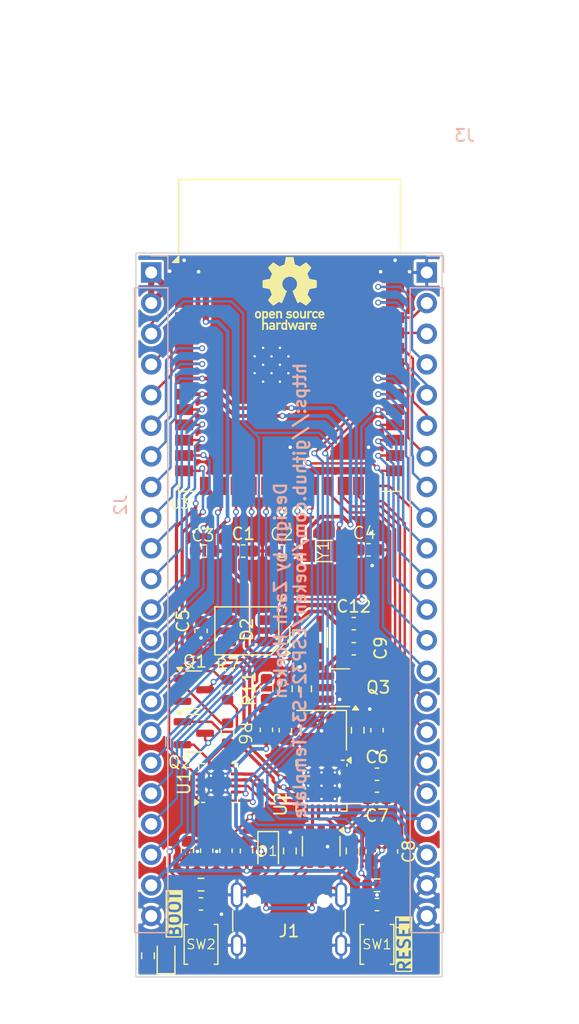
<source format=kicad_pcb>
(kicad_pcb (version 20241229) (generator "pcbnew") (generator_version "9.0")
  (layers (0 "F.Cu" signal) (4 "In1.Cu" signal) (6 "In2.Cu" signal) (2 "B.Cu" signal) (13 "F.Paste" user) (15 "B.Paste" user) (5 "F.SilkS" user "F.Silkscreen") (7 "B.SilkS" user "B.Silkscreen") (1 "F.Mask" user) (3 "B.Mask" user) (25 "Edge.Cuts" user))
  (net 0 "")
  (net 1 "GND")
  (net 2 "Net-(D1-K)")
  (net 3 "Net-(Q2-B)")
  (net 4 "+3.3V")
  (net 5 "/GPIO15")
  (net 6 "/ESP32-S3/3.3VUSB")
  (net 7 "/ESP32-S3/VBUS")
  (net 8 "/ESP32-S3/CC1_1")
  (net 9 "/ESP32-S3/CC2_1")
  (net 10 "/ESP32-S3/RTS")
  (net 11 "/ESP32-S3/DTR")
  (net 12 "/ESP32-S3/UART_D-")
  (net 13 "/ESP32-S3/UART_D+")
  (net 14 "/ESP32-S3/HUB_D+")
  (net 15 "/ESP32-S3/HUB_D-")
  (net 16 "/GPIO16")
  (net 17 "/ENABLE")
  (net 18 "/GPIO0")
  (net 19 "/GPIO38")
  (net 20 "/LED_OUT")
  (net 21 "/GPIO46")
  (net 22 "/GPIO14")
  (net 23 "/GPIO7")
  (net 24 "/GPIO5")
  (net 25 "/GPIO11")
  (net 26 "/GPIO8")
  (net 27 "/GPIO6")
  (net 28 "/GPIO12")
  (net 29 "/GPIO4")
  (net 30 "/GPIO13")
  (net 31 "/GPIO10")
  (net 32 "/GPIO18")
  (net 33 "/GPIO3")
  (net 34 "/GPIO9")
  (net 35 "/GPIO17")
  (net 36 "/GPIO37")
  (net 39 "Net-(C19-Pad1)")
  (net 40 "/GPIO35")
  (net 41 "/ESP_USB+")
  (net 42 "/GPIO47")
  (net 43 "/ESP_RX0")
  (net 44 "/GPIO41")
  (net 45 "/GPIO2")
  (net 46 "/GPIO45")
  (net 47 "/GPIO42")
  (net 48 "/GPIO39")
  (net 49 "/GPIO40")
  (net 50 "Net-(U2-XIN)")
  (net 51 "Net-(U2-XOUT)")
  (net 66 "Net-(Q3-G1)")
  (net 67 "Net-(Q3-D1)")
  (net 68 "/ESP_TX0")
  (net 69 "/GPIO1")
  (net 73 "+5V")
  (net 76 "Net-(Q1-B)")
  (net 78 "/ESP32-S3/USB_D+")
  (net 79 "/ESP32-S3/USB_D-")
  (net 80 "/GPIO21")
  (net 81 "/GPIO48")
  (net 82 "/GPIO36")
  (net 83 "/ESP_USB-")
  (net 84 "Net-(D3-A)")
  (footprint "Capacitor_SMD:C_0603_1608Metric" (layer "F.Cu") (at 80.172 122.12 -90)
    (property "Reference" "C16" (hide yes))
    (property "Value" "100nF")
  )
  (footprint "Package_TO_SOT_SMD:SOT-23-5" (layer "F.Cu") (at 88.625 104.4425 90)
    (property "Reference" "U5" (hide yes))
    (property "Value" "XC6210B332MR")
  )
  (footprint "Resistor_SMD:R_0603_1608Metric" (layer "F.Cu") (at 88.3355 108.694484 90)
    (property "Reference" "R9" (hide yes))
    (property "Value" "100k")
  )
  (footprint "Diode_SMD:D_SOD-323" (layer "F.Cu") (at 85.272 122.14 -90)
    (property "Reference" "D1")
    (property "Value" "1N5819WS")
  )
  (footprint "Capacitor_SMD:C_0603_1608Metric" (layer "F.Cu") (at 93.9 122.18 -90)
    (property "Reference" "C13" (hide yes))
    (property "Value" "10uF")
  )
  (footprint "Package_DFN_QFN:QFN-24-1EP_4x4mm_P0.5mm_EP2.7x2.7mm_ThermalVias" (layer "F.Cu") (at 89.7 116.729484 -90)
    (property "Reference" "U2")
    (property "Value" "CH334F")
  )
  (footprint "Resistor_SMD:R_0603_1608Metric" (layer "F.Cu") (at 75.3 130.83 90)
    (property "Reference" "R3" (hide yes))
    (property "Value" "1k")
  )
  (footprint "Capacitor_SMD:C_0603_1608Metric" (layer "F.Cu") (at 93.6 97.18)
    (property "Reference" "C4")
    (property "Value" "15pF")
  )
  (footprint "Capacitor_SMD:C_0603_1608Metric" (layer "F.Cu") (at 80 97.28 180)
    (property "Reference" "C3")
    (property "Value" "100nF")
  )
  (footprint "Resistor_SMD:R_0603_1608Metric" (layer "F.Cu") (at 92.7 112.129484 -90)
    (property "Reference" "R8" (hide yes))
    (property "Value" "1k")
  )
  (footprint "Resistor_SMD:R_0603_1608Metric" (layer "F.Cu") (at 81.9 108.78 -90)
    (property "Reference" "R7")
    (property "Value" "10k")
  )
  (footprint "Symbol:OSHW-Logo_5.7x6mm_SilkScreen" (layer "F.Cu") (at 87.05 75.93)
    (property "Reference" "S1" (hide yes))
    (property "Value" "Logo_Open_Hardware_Small" (hide yes))
  )
  (footprint "Connector_USB:USB_C_Receptacle_GCT_USB4105-xx-A_16P_TopMnt_Horizontal" (layer "F.Cu") (at 87 128.88)
    (property "Reference" "J1")
    (property "Value" "USB_TYPE_C_16PIN")
  )
  (footprint "RF_Module:ESP32-S3-WROOM-1" (layer "F.Cu") (at 87.05 79.38)
    (property "Reference" "U3")
    (property "Value" "ESP32-S3-WROOM-1-N16R8")
  )
  (footprint "Crystal:Crystal_SMD_3215-2Pin_3.2x1.5mm" (layer "F.Cu") (at 89.9 97.28)
    (property "Reference" "Y1")
    (property "Value" "32.768kHz")
  )
  (footprint "Button_Switch_SMD:SW_SPST_B3U-1000P" (layer "F.Cu") (at 79.7 129.88 -90)
    (property "Reference" "SW2")
    (property "Value" "BOOT")
  )
  (footprint "Capacitor_SMD:C_0603_1608Metric" (layer "F.Cu") (at 83.2 97.28)
    (property "Reference" "C1")
    (property "Value" "22uF")
  )
  (footprint "Capacitor_SMD:C_0603_1608Metric" (layer "F.Cu") (at 92.375 103.298)
    (property "Reference" "C12")
    (property "Value" "10uF")
  )
  (footprint "Capacitor_SMD:C_0603_1608Metric" (layer "F.Cu") (at 81.772 122.12 -90)
    (property "Reference" "C17" (hide yes))
    (property "Value" "100nF")
  )
  (footprint "Button_Switch_SMD:SW_SPST_B3U-1000P" (layer "F.Cu") (at 94.3 129.88 -90)
    (property "Reference" "SW1")
    (property "Value" "RESET")
  )
  (footprint "Crystal:Crystal_SMD_SeikoEpson_TSX3225-4Pin_3.2x2.5mm" (layer "F.Cu") (at 89.7 112.129484 180)
    (property "Reference" "Y2" (hide yes))
    (property "Value" "12Mhz")
  )
  (footprint "Package_TO_SOT_SMD:TSOT-23-6" (layer "F.Cu") (at 91.225 108.604484 180)
    (property "Reference" "Q3")
    (property "Value" "FDC6330L")
  )
  (footprint "Fuse:Fuse_0603_1608Metric" (layer "F.Cu") (at 83.472 122.14 -90)
    (property "Reference" "FB1" (hide yes))
    (property "Value" "500mA")
  )
  (footprint "LED_SMD:LED_WS2812B-Mini_PLCC4_3.5x3.5mm" (layer "F.Cu") (at 83.5 103.896151)
    (property "Reference" "D2")
    (property "Value" "WS2812B-Mini")
  )
  (footprint "Capacitor_SMD:C_0603_1608Metric" (layer "F.Cu") (at 79.7 103.896151 -90)
    (property "Reference" "C5")
    (property "Value" "100nF")
  )
  (footprint "Capacitor_SMD:C_0603_1608Metric" (layer "F.Cu") (at 85.125 112.104484 -90)
    (property "Reference" "C14" (hide yes))
    (property "Value" "10uF")
  )
  (footprint "Resistor_SMD:R_0603_1608Metric" (layer "F.Cu") (at 87.072 122.14 90)
    (property "Reference" "R1" (hide yes))
    (property "Value" "5.1k")
  )
  (footprint "Resistor_SMD:R_0603_1608Metric" (layer "F.Cu") (at 81.9 112.38 90)
    (property "Reference" "R6")
    (property "Value" "10k")
  )
  (footprint "Resistor_SMD:R_0603_1608Metric" (layer "F.Cu") (at 86.7355 108.694484 -90)
    (property "Reference" "R10" (hide yes))
    (property "Value" "100k")
  )
  (footprint "LED_SMD:LED_0603_1608Metric" (layer "F.Cu") (at 76.8 130.83 90)
    (property "Reference" "D3" (hide yes))
    (property "Value" "LED")
  )
  (footprint "Resistor_SMD:R_0603_1608Metric" (layer "F.Cu") (at 79.7 124.93)
    (property "Reference" "R4" (hide yes))
    (property "Value" "10k")
  )
  (footprint "Capacitor_SMD:C_0603_1608Metric" (layer "F.Cu") (at 78.572 122.12 -90)
    (property "Reference" "C15" (hide yes))
    (property "Value" "100nF")
  )
  (footprint "Package_TO_SOT_SMD:SOT-23" (layer "F.Cu") (at 79.1 108.78)
    (property "Reference" "Q1")
    (property "Value" "S8050")
  )
  (footprint "Capacitor_SMD:C_0603_1608Metric" (layer "F.Cu") (at 94.3 126.58)
    (property "Reference" "C10" (hide yes))
    (property "Value" "4.7uF")
  )
  (footprint "Capacitor_SMD:C_0603_1608Metric" (layer "F.Cu") (at 94.3 112.129484 -90)
    (property "Reference" "C19" (hide yes))
    (property "Value" "15pF")
  )
  (footprint "Package_TO_SOT_SMD:SOT-23" (layer "F.Cu") (at 79.1 112.38)
    (property "Reference" "Q2")
    (property "Value" "S8050")
  )
  (footprint "Capacitor_SMD:C_0603_1608Metric" (layer "F.Cu") (at 86.7 112.129484 90)
    (property "Reference" "C18" (hide yes))
    (property "Value" "15pF")
  )
  (footprint "Package_DFN_QFN:QFN-16-1EP_3x3mm_P0.5mm_EP1.7x1.7mm_ThermalVias" (layer "F.Cu") (at 81.125 116.504484 90)
    (property "Reference" "U1")
    (property "Value" "CH343P")
  )
  (footprint "Capacitor_SMD:C_0603_1608Metric" (layer "F.Cu") (at 94.3 115.78)
    (property "Reference" "C6")
    (property "Value" "1uF")
  )
  (footprint "Capacitor_SMD:C_0603_1608Metric" (layer "F.Cu") (at 86.4 97.28)
    (property "Reference" "C2")
    (property "Value" "15pF")
  )
  (footprint "Resistor_SMD:R_0603_1608Metric" (layer "F.Cu") (at 92.272 122.14 90)
    (property "Reference" "R2" (hide yes))
    (property "Value" "5.1k")
  )
  (footprint "Capacitor_SMD:C_0603_1608Metric" (layer "F.Cu") (at 92.375 105.38)
    (property "Reference" "C9")
    (property "Value" "1uF")
  )
  (footprint "Package_TO_SOT_SMD:SOT-23-6" (layer "F.Cu") (at 89.672 121.74 -90)
    (property "Reference" "U6" (hide yes))
    (property "Value" "USBLC6-2SC6")
  )
  (footprint "Capacitor_SMD:C_0603_1608Metric" (layer "F.Cu") (at 95.5 122.18 -90)
    (property "Reference" "C8")
    (property "Value" "1uF")
  )
  (footprint "Resistor_SMD:R_0603_1608Metric" (layer "F.Cu") (at 94.3 124.98 180)
    (property "Reference" "R5" (hide yes))
    (property "Value" "10k")
  )
  (footprint "Capacitor_SMD:C_0603_1608Metric" (layer "F.Cu") (at 94.3 117.78 180)
    (property "Reference" "C7")
    (property "Value" "1uF")
  )
  (footprint "Capacitor_SMD:C_0603_1608Metric" (layer "F.Cu") (at 79.7 126.53 180)
    (property "Reference" "C11" (hide yes))
    (property "Value" "1uF")
  )
  (footprint "Resistor_SMD:R_0603_1608Metric" (layer "F.Cu") (at 85.1355 108.694484 90)
    (property "Reference" "R11")
    (property "Value" "100")
  )
  (footprint "Connector_PinHeader_2.54mm:PinHeader_1x22_P2.54mm_Vertical" (layer "B.Cu") (at 98.43 74.19 180)
    (property "Reference" "J3")
    (property "Value" "Conn_01x22")
  )
  (footprint "Connector_PinHeader_2.54mm:PinHeader_1x22_P2.54mm_Vertical" (layer "B.Cu") (at 75.57 74.19 180)
    (property "Reference" "J2")
    (property "Value" "Conn_01x22")
  )
  (gr_rect (start 74.3 72.58) (end 99.7 132.58) (stroke (width 0.1)) (fill no) (layer "Edge.Cuts"))
  (gr_text "RESET" (at 97.15 132.33 90) (layer "F.SilkS" knockout) (effects (font (size 1 1) (thickness 0.2) (bold yes)) (justify left bottom)))
  (gr_text "BOOT" (at 78.1 129.48 90) (layer "F.SilkS" knockout) (effects (font (size 1 1) (thickness 0.2) (bold yes)) (justify left bottom)))
  (gr_text "Design by Zach Hoeken\nhttps://github.com/hoeken/ESP32-S3-Template" (at 87.1 100.58 90) (layer "B.SilkS") (effects (font (size 1 1) (thickness 0.2) (bold yes)) (justify mirror)))
  (segment (start 88.849484 111.329484) (end 89.7 112.18) (width 0.3048) (layer "F.Cu") (net 1))
  (segment (start 87.9 106.88) (end 87.724984 106.88) (width 0.3048) (layer "F.Cu") (net 1))
  (segment (start 81.057 122.18) (end 81.772 122.895) (width 0.3048) (layer "F.Cu") (net 1))
  (segment (start 79.287 122.18) (end 78.572 122.895) (width 0.3048) (layer "F.Cu") (net 1))
  (segment (start 90.449484 112.929484) (end 89.7 112.18) (width 0.3048) (layer "F.Cu") (net 1))
  (segment (start 80.55 126.53) (end 81.4 127.38) (width 0.2032) (layer "F.Cu") (net 1))
  (segment (start 90.2 125.2) (end 90.745 125.2) (width 0.2032) (layer "F.Cu") (net 1))
  (segment (start 90.745 125.2) (end 91.32 125.775) (width 0.2032) (layer "F.Cu") (net 1))
  (segment (start 95.075 126.555) (end 94.3 125.78) (width 0.3048) (layer "F.Cu") (net 1))
  (segment (start 80.875 117.966984) (end 80.875 116.754484) (width 0.2032) (layer "F.Cu") (net 1))
  (segment (start 83.8 125.2) (end 83.255 125.2) (width 0.2032) (layer "F.Cu") (net 1))
  (segment (start 89.672 120.6025) (end 89.672 121.252) (width 0.2032) (layer "F.Cu") (net 1))
  (segment (start 87.724984 106.88) (end 86.7355 107.869484) (width 0.3048) (layer "F.Cu") (net 1))
  (segment (start 89.672 121.252) (end 90.2 121.78) (width 0.2032) (layer "F.Cu") (net 1))
  (segment (start 83.255 125.2) (end 82.68 125.775) (width 0.2032) (layer "F.Cu") (net 1))
  (segment (start 79.4 122.18) (end 79.287 122.18) (width 0.3048) (layer "F.Cu") (net 1))
  (segment (start 81 122.18) (end 81.057 122.18) (width 0.3048) (layer "F.Cu") (net 1))
  (via (at 95.8 73.18) (size 0.5) (drill 0.3) (layers "F.Cu" "B.Cu") (net 1))
  (via (at 87.9 106.88) (size 0.5) (drill 0.3) (layers "F.Cu" "B.Cu") (net 1))
  (via (at 91.2 109.58) (size 0.5) (drill 0.3) (layers "F.Cu" "B.Cu") (net 1))
  (via (at 93.9 98.48) (size 0.5) (drill 0.3) (layers "F.Cu" "B.Cu") (net 1))
  (via (at 87.1 120.5816) (size 0.5) (drill 0.3) (layers "F.Cu" "B.Cu") (net 1))
  (via (at 77.1 74.08) (size 0.5) (drill 0.3) (layers "F.Cu" "B.Cu") (net 1))
  (via (at 97 74.13) (size 0.5) (drill 0.3) (layers "F.Cu" "B.Cu") (net 1))
  (via (at 79.5 74.13) (size 0.5) (drill 0.3) (layers "F.Cu" "B.Cu") (net 1))
  (via (at 90.2 121.78) (size 0.5) (drill 0.3) (layers "F.Cu" "B.Cu") (net 1))
  (via (at 78.3 73.18) (size 0.5) (drill 0.3) (layers "F.Cu" "B.Cu") (net 1))
  (via (at 94.6 74.13) (size 0.5) (drill 0.3) (layers "F.Cu" "B.Cu") (net 1))
  (via (at 79.4 122.18) (size 0.5) (drill 0.3) (layers "F.Cu" "B.Cu") (net 1))
  (via (at 79.1 95.68) (size 0.5) (drill 0.3) (layers "F.Cu" "B.Cu") (net 1))
  (via (at 93.7 110.38) (size 0.5) (drill 0.3) (layers "F.Cu" "B.Cu") (net 1))
  (via (at 81 122.18) (size 0.5) (drill 0.3) (layers "F.Cu" "B.Cu") (net 1))
  (via (at 93.8 95.78) (size 0.5) (drill 0.3) (layers "F.Cu" "B.Cu") (net 1))
  (via (at 87.1 88.68) (size 0.5) (drill 0.3) (layers "F.Cu" "B.Cu") (net 1))
  (via (at 89.7 112.18) (size 0.5) (drill 0.3) (layers "F.Cu" "B.Cu") (net 1))
  (via (at 94.3 113.98) (size 0.5) (drill 0.3) (layers "F.Cu" "B.Cu") (net 1))
  (via (at 93.6 88.68) (size 0.5) (drill 0.3) (layers "F.Cu" "B.Cu") (net 1))
  (via (at 79.7 104.48) (size 0.5) (drill 0.3) (layers "F.Cu" "B.Cu") (net 1))
  (via (at 94.3 125.78) (size 0.5) (drill 0.3) (layers "F.Cu" "B.Cu") (net 1))
  (via (at 81.4 127.38) (size 0.5) (drill 0.3) (layers "F.Cu" "B.Cu") (net 1))
  (segment (start 85.272 121.09) (end 83.7345 121.09) (width 0.2032) (layer "F.Cu") (net 2))
  (segment (start 82.6776 110.3826) (end 82.6776 112.0024) (width 0.2032) (layer "F.Cu") (net 3))
  (segment (start 82.4224 112.2576) (end 81.387215 112.2576) (width 0.2032) (layer "F.Cu") (net 3))
  (segment (start 81.387215 112.2576) (end 80.559615 111.43) (width 0.2032) (layer "F.Cu") (net 3))
  (segment (start 80.559615 111.43) (end 78.1625 111.43) (width 0.2032) (layer "F.Cu") (net 3))
  (segment (start 81.9 109.605) (end 82.6776 110.3826) (width 0.2032) (layer "F.Cu") (net 3))
  (segment (start 82.6776 112.0024) (end 82.4224 112.2576) (width 0.2032) (layer "F.Cu") (net 3))
  (segment (start 82.425 99.005) (end 82.425 97.28) (width 0.3048) (layer "F.Cu") (net 4))
  (segment (start 91.6 105.38) (end 91.6 103.298) (width 0.3048) (layer "F.Cu") (net 4))
  (segment (start 76.125 130.83) (end 77.65 130.83) (width 0.2032) (layer "F.Cu") (net 4))
  (segment (start 92.8948 128.68) (end 93.1474 128.9326) (width 0.2032) (layer "F.Cu") (net 4))
  (segment (start 80.775 95.805) (end 81.9 94.68) (width 0.3048) (layer "F.Cu") (net 4))
  (segment (start 76.91 75.39) (end 75.57 76.73) (width 0.508) (layer "F.Cu") (net 4))
  (segment (start 75.3 131.655) (end 76.125 130.83) (width 0.2032) (layer "F.Cu") (net 4))
  (segment (start 80.5 129.88) (end 82.1 128.28) (width 0.2032) (layer "F.Cu") (net 4))
  (segment (start 90.0875 106.8925) (end 91.6 105.38) (width 0.3048) (layer "F.Cu") (net 4))
  (segment (start 95.125 124.98) (end 96.3284 123.7766) (width 0.3048) (layer "F.Cu") (net 4))
  (segment (start 83.5 105.18) (end 83.5 103.78) (width 0.3048) (layer "F.Cu") (net 4))
  (segment (start 86.7 105.18) (end 86.1 105.78) (width 0.3048) (layer "F.Cu") (net 4))
  (segment (start 78.6 129.88) (end 80.5 129.88) (width 0.2032) (layer "F.Cu") (net 4))
  (segment (start 90.0875 107.654484) (end 90.0875 106.8925) (width 0.3048) (layer "F.Cu") (net 4))
  (segment (start 75.57 76.73) (end 75.57 74.19) (width 0.508) (layer "F.Cu") (net 4))
  (segment (start 83.5 103.78) (end 83.5 100.08) (width 0.3048) (layer "F.Cu") (net 4))
  (segment (start 91.6 103.298) (end 90.946572 103.298) (width 0.3048) (layer "F.Cu") (net 4))
  (segment (start 79.815 103.006151) (end 79.7 103.121151) (width 0.3048) (layer "F.Cu") (net 4))
  (segment (start 83.499952 128.28) (end 83.899952 128.68) (width 0.2032) (layer "F.Cu") (net 4))
  (segment (start 93.1474 128.9326) (end 95.4526 128.9326) (width 0.2032) (layer "F.Cu") (net 4))
  (segment (start 90.0875 107.654484) (end 88.5505 107.654484) (width 0.3048) (layer "F.Cu") (net 4))
  (segment (start 81.86 103.006151) (end 82.726151 103.006151) (width 0.3048) (layer "F.Cu") (net 4))
  (segment (start 86.1 105.78) (end 84.1 105.78) (width 0.3048) (layer "F.Cu") (net 4))
  (segment (start 80.775 97.28) (end 82.425 97.28) (width 0.3048) (layer "F.Cu") (net 4))
  (segment (start 96.3284 123.7766) (end 96.3284 111.5084) (width 0.3048) (layer "F.Cu") (net 4))
  (segment (start 90.946572 103.298) (end 89.937672 102.2891) (width 0.3048) (layer "F.Cu") (net 4))
  (segment (start 88.6909 102.2891) (end 87.675 103.305) (width 0.3048) (layer "F.Cu") (net 4))
  (segment (start 89.937672 102.2891) (end 88.6909 102.2891) (width 0.3048) (layer "F.Cu") (net 4))
  (segment (start 79.558 75.39) (end 80.1 75.932) (width 0.508) (layer "F.Cu") (net 4))
  (segment (start 95.4526 128.9326) (end 95.8276 128.5576) (width 0.2032) (layer "F.Cu") (net 4))
  (segment (start 76.77 75.39) (end 75.57 74.19) (width 0.508) (layer "F.Cu") (net 4))
  (segment (start 83.5 100.08) (end 82.425 99.005) (width 0.3048) (layer "F.Cu") (net 4))
  (segment (start 78.3 75.39) (end 76.77 75.39) (width 0.508) (layer "F.Cu") (net 4))
  (segment (start 77.65 130.83) (end 78.6 129.88) (width 0.2032) (layer "F.Cu") (net 4))
  (segment (start 95.3476 110.527602) (end 95.3476 109.1276) (width 0.3048) (layer "F.Cu") (net 4))
  (segment (start 80.1 75.932) (end 80.1 78.28) (width 0.508) (layer "F.Cu") (net 4))
  (segment (start 95.3476 109.1276) (end 91.6 105.38) (width 0.3048) (layer "F.Cu") (net 4))
  (segment (start 81.86 103.006151) (end 79.815 103.006151) (width 0.3048) (layer "F.Cu") (net 4))
  (segment (start 84.1 105.78) (end 83.5 105.18) (width 0.3048) (layer "F.Cu") (net 4))
  (segment (start 83.899952 128.68) (end 92.8948 128.68) (width 0.2032) (layer "F.Cu") (net 4))
  (segment (start 96.3284 111.5084) (end 95.3476 110.527602) (width 0.3048) (layer "F.Cu") (net 4))
  (segment (start 80.775 97.28) (end 80.775 95.805) (width 0.3048) (layer "F.Cu") (net 4))
  (segment (start 95.8276 128.5576) (end 95.8276 125.6826) (width 0.2032) (layer "F.Cu") (net 4))
  (segment (start 78.3 75.39) (end 79.558 75.39) (width 0.508) (layer "F.Cu") (net 4))
  (segment (start 95.8276 125.6826) (end 95.125 124.98) (width 0.2032) (layer "F.Cu") (net 4))
  (segment (start 82.726151 103.006151) (end 83.5 103.78) (width 0.3048) (layer "F.Cu") (net 4))
  (segment (start 87.675 103.305) (end 86.7 104.28) (width 0.3048) (layer "F.Cu") (net 4))
  (segment (start 78.3 75.39) (end 76.91 75.39) (width 0.508) (layer "F.Cu") (net 4))
  (segment (start 86.7 104.28) (end 86.7 105.18) (width 0.3048) (layer "F.Cu") (net 4))
  (segment (start 82.1 128.28) (end 83.499952 128.28) (width 0.2032) (layer "F.Cu") (net 4))
  (segment (start 80.525 125.305048) (end 83.899952 128.68) (width 0.2032) (layer "F.Cu") (net 4))
  (via (at 81.9 94.68) (size 0.5) (drill 0.3) (layers "F.Cu" "B.Cu") (net 4))
  (via (at 80.1 78.28) (size 0.5) (drill 0.3) (layers "F.Cu" "B.Cu") (net 4))
  (segment (start 81.9 94.68) (end 81.9 79.08) (width 0.3048) (layer "B.Cu") (net 4))
  (segment (start 81.1 78.28) (end 80.1 78.28) (width 0.3048) (layer "B.Cu") (net 4))
  (segment (start 81.9 79.08) (end 81.1 78.28) (width 0.3048) (layer "B.Cu") (net 4))
  (segment (start 88.65 97.28) (end 88.65 95.43) (width 0.3048) (layer "F.Cu") (net 5))
  (segment (start 82.65 85.43) (end 80.2 82.98) (width 0.3048) (layer "F.Cu") (net 5))
  (segment (start 79.8 82.98) (end 78.33 82.98) (width 0.3048) (layer "F.Cu") (net 5))
  (segment (start 80.2 82.98) (end 79.8 82.98) (width 0.3048) (layer "F.Cu") (net 5))
  (segment (start 88.65 95.43) (end 89.6524 94.4276) (width 0.3048) (layer "F.Cu") (net 5))
  (segment (start 88.65 97.28) (end 87.175 97.28) (width 0.3048) (layer "F.Cu") (net 5))
  (segment (start 87.2 85.43) (end 82.65 85.43) (width 0.3048) (layer "F.Cu") (net 5))
  (segment (start 91.4476 94.4276) (end 92.1 95.08) (width 0.3048) (layer "F.Cu") (net 5))
  (segment (start 89.6524 94.4276) (end 91.4476 94.4276) (width 0.3048) (layer "F.Cu") (net 5))
  (via (at 92.1 95.08) (size 0.5) (drill 0.3) (layers "F.Cu" "B.Cu") (net 5))
  (via (at 87.2 85.43) (size 0.5) (drill 0.3) (layers "F.Cu" "B.Cu") (net 5))
  (via (at 79.8 82.98) (size 0.5) (drill 0.3) (layers "F.Cu" "B.Cu") (net 5))
  (segment (start 77.6 83.38) (end 77.6 85.909789) (width 0.2032) (layer "B.Cu") (net 5))
  (segment (start 77.1714 90.3686) (end 75.57 91.97) (width 0.2032) (layer "B.Cu") (net 5))
  (segment (start 87.2 85.43) (end 90.55 85.43) (width 0.3048) (layer "B.Cu") (net 5))
  (segment (start 77.5968 85.91299) (end 77.5968 86.277068) (width 0.2032) (layer "B.Cu") (net 5))
  (segment (start 77.5968 86.277068) (end 77.1714 86.702468) (width 0.2032) (layer "B.Cu") (net 5))
  (segment (start 92.1 86.98) (end 92.1 95.08) (width 0.3048) (layer "B.Cu") (net 5))
  (segment (start 77.6 85.909789) (end 77.5968 85.91299) (width 0.2032) (layer "B.Cu") (net 5))
  (segment (start 78 82.98) (end 77.6 83.38) (width 0.2032) (layer "B.Cu") (net 5))
  (segment (start 79.8 82.98) (end 78 82.98) (width 0.2032) (layer "B.Cu") (net 5))
  (segment (start 90.55 85.43) (end 92.1 86.98) (width 0.3048) (layer "B.Cu") (net 5))
  (segment (start 77.1714 86.702468) (end 77.1714 90.3686) (width 0.2032) (layer "B.Cu") (net 5))
  (segment (start 91.6625 117.979484) (end 93.325516 117.979484) (width 0.2032) (layer "F.Cu") (net 6))
  (segment (start 95.146 110.968052) (end 95.146 114.034) (width 0.2032) (layer "F.Cu") (net 6))
  (segment (start 84.7 117.88) (end 84.7 118.38) (width 0.2032) (layer "F.Cu") (net 6))
  (segment (start 95.146 114.034) (end 94.6 114.58) (width 0.2032) (layer "F.Cu") (net 6))
  (segment (start 81.375 117.966984) (end 81.375 120.948) (width 0.2032) (layer "F.Cu") (net 6))
  (segment (start 78.572 121.345) (end 80.172 121.345) (width 0.3048) (layer "F.Cu") (net 6))
  (segment (start 93.525 114.855) (end 93.525 115.78) (width 0.2032) (layer "F.Cu") (net 6))
  (segment (start 93.525 117.78) (end 93.525 118.764603) (width 0.2032) (layer "F.Cu") (net 6))
  (segment (start 92.3625 108.184553) (end 95.146 110.968052) (width 0.2032) (layer "F.Cu") (net 6))
  (segment (start 93.525 118.764603) (end 91.861331 120.428272) (width 0.2032) (layer "F.Cu") (net 6))
  (segment (start 80.375 117.966984) (end 80.375 121.142) (width 0.2032) (layer "F.Cu") (net 6))
  (segment (start 81.772 121.345) (end 80.172 121.345) (width 0.3048) (layer "F.Cu") (net 6))
  (segment (start 82.5875 116.754484) (end 83.574484 116.754484) (width 0.2032) (layer "F.Cu") (net 6))
  (segment (start 83.574484 116.754484) (end 84.7 117.88) (width 0.2032) (layer "F.Cu") (net 6))
  (segment (start 94.6 114.58) (end 93.8 114.58) (width 0.2032) (layer "F.Cu") (net 6))
  (segment (start 92.093062 117.479484) (end 93.525 116.047546) (width 0.2032) (layer "F.Cu") (net 6))
  (segment (start 92.3625 107.654484) (end 92.3625 108.184553) (width 0.2032) (layer "F.Cu") (net 6))
  (segment (start 84.7 118.38) (end 83.75 119.33) (width 0.2032) (layer "F.Cu") (net 6))
  (segment (start 92.3625 108.604484) (end 92.3625 107.654484) (width 0.3048) (layer "F.Cu") (net 6))
  (segment (start 93.525 117.78) (end 93.525 115.78) (width 0.2032) (layer "F.Cu") (net 6))
  (segment (start 91.6625 117.479484) (end 92.093062 117.479484) (width 0.2032) (layer "F.Cu") (net 6))
  (segment (start 81.375 120.948) (end 81.772 121.345) (width 0.2032) (layer "F.Cu") (net 6))
  (segment (start 83.75 119.33) (end 81.772 121.308) (width 0.2032) (layer "F.Cu") (net 6))
  (segment (start 93.8 114.58) (end 93.525 114.855) (width 0.2032) (layer "F.Cu") (net 6))
  (via (at 91.861331 120.428272) (size 0.5) (drill 0.3) (layers "F.Cu" "B.Cu") (net 6))
  (via (at 83.75 119.33) (size 0.5) (drill 0.3) (layers "F.Cu" "B.Cu") (net 6))
  (segment (start 84.4 119.98) (end 91.413059 119.98) (width 0.2032) (layer "B.Cu") (net 6))
  (segment (start 83.75 119.33) (end 84.4 119.98) (width 0.2032) (layer "B.Cu") (net 6))
  (segment (start 91.413059 119.98) (end 91.861331 120.428272) (width 0.2032) (layer "B.Cu") (net 6))
  (segment (start 85.1 126.234887) (end 85.1 126.88) (width 0.3048) (layer "F.Cu") (net 7))
  (segment (start 86.282 122.18) (end 88.108244 122.18) (width 0.2032) (layer "F.Cu") (net 7))
  (segment (start 88.9 126.234887) (end 88.9 126.88) (width 0.3048) (layer "F.Cu") (net 7))
  (segment (start 89.366199 121.9092) (end 89.672 122.215001) (width 0.2032) (layer "F.Cu") (net 7))
  (segment (start 85.272 123.19) (end 86.282 122.18) (width 0.2032) (layer "F.Cu") (net 7))
  (segment (start 89.672 122.215001) (end 89.672 122.8775) (width 0.2032) (layer "F.Cu") (net 7))
  (segment (start 85.272 123.808) (end 85.272 123.19) (width 0.2032) (layer "F.Cu") (net 7))
  (segment (start 88.379044 121.9092) (end 89.366199 121.9092) (width 0.2032) (layer "F.Cu") (net 7))
  (segment (start 84.6 124.48) (end 85.272 123.808) (width 0.2032) (layer "F.Cu") (net 7))
  (segment (start 84.6 125.2) (end 84.6 124.48) (width 0.2032) (layer "F.Cu") (net 7))
  (segment (start 89.4 125.2) (end 89.4 125.734887) (width 0.3048) (layer "F.Cu") (net 7))
  (segment (start 81.875 115.041984) (end 82.561984 115.041984) (width 0.3048) (layer "F.Cu") (net 7))
  (segment (start 84.6 125.2) (end 84.6 125.734887) (width 0.3048) (layer "F.Cu") (net 7))
  (segment (start 84.2 112.68) (end 84.2 108.804984) (width 0.2032) (layer "F.Cu") (net 7))
  (segment (start 82.561984 115.041984) (end 82.6 115.08) (width 0.3048) (layer "F.Cu") (net 7))
  (segment (start 84.399484 112.879484) (end 84.2 112.68) (width 0.2032) (layer "F.Cu") (net 7))
  (segment (start 85.125 113.655) (end 85.1 113.68) (width 0.3048) (layer "F.Cu") (net 7))
  (segment (start 84.6 125.734887) (end 85.1 126.234887) (width 0.3048) (layer "F.Cu") (net 7))
  (segment (start 85.272 122.752) (end 84.7 122.18) (width 0.3048) (layer "F.Cu") (net 7))
  (segment (start 84.2 108.804984) (end 85.1355 107.869484) (width 0.2032) (layer "F.Cu") (net 7))
  (segment (start 85.272 123.19) (end 85.272 122.752) (width 0.3048) (layer "F.Cu") (net 7))
  (segment (start 89.4 125.734887) (end 88.9 126.234887) (width 0.3048) (layer "F.Cu") (net 7))
  (segment (start 85.125 112.879484) (end 84.399484 112.879484) (width 0.2032) (layer "F.Cu") (net 7))
  (segment (start 85.125 112.879484) (end 85.125 113.655) (width 0.3048) (layer "F.Cu") (net 7))
  (segment (start 88.108244 122.18) (end 88.379044 121.9092) (width 0.2032) (layer "F.Cu") (net 7))
  (via (at 84.7 122.18) (size 0.5) (drill 0.3) (layers "F.Cu" "B.Cu") (net 7))
  (via (at 85.1 113.68) (size 0.5) (drill 0.3) (layers "F.Cu" "B.Cu") (net 7))
  (via (at 88.9 126.88) (size 0.5) (drill 0.3) (layers "F.Cu" "B.Cu") (net 7))
  (via (at 85.1 126.88) (size 0.5) (drill 0.3) (layers "F.Cu" "B.Cu") (net 7))
  (via (at 82.6 115.08) (size 0.5) (drill 0.3) (layers "F.Cu" "B.Cu") (net 7))
  (segment (start 84 113.68) (end 82.6 115.08) (width 0.3048) (layer "B.Cu") (net 7))
  (segment (start 84.7 122.18) (end 82.6 120.08) (width 0.3048) (layer "B.Cu") (net 7))
  (segment (start 85.1 113.68) (end 84 113.68) (width 0.3048) (layer "B.Cu") (net 7))
  (segment (start 85.1 126.88) (end 88.9 126.88) (width 0.3048) (layer "B.Cu") (net 7))
  (segment (start 82.6 120.08) (end 82.6 115.08) (width 0.3048) (layer "B.Cu") (net 7))
  (segment (start 85.75 124.287) (end 87.072 122.965) (width 0.2032) (layer "F.Cu") (net 8))
  (segment (start 85.75 125.2) (end 85.75 124.287) (width 0.2032) (layer "F.Cu") (net 8))
  (segment (start 88.75 125.2) (end 88.75 124.63077) (width 0.2032) (layer "F.Cu") (net 9))
  (segment (start 88.75 124.63077) (end 89.10077 124.28) (width 0.2032) (layer "F.Cu") (net 9))
  (segment (start 89.10077 124.28) (end 90.957 124.28) (width 0.2032) (layer "F.Cu") (net 9))
  (segment (start 90.957 124.28) (end 92.272 122.965) (width 0.2032) (layer "F.Cu") (net 9))
  (segment (start 77.0474 109.68) (end 77.0474 107.56337) (width 0.2032) (layer "F.Cu") (net 10))
  (segment (start 79.205254 115.754484) (end 77.0474 113.59663) (width 0.2032) (layer "F.Cu") (net 10))
  (segment (start 77.38337 107.2274) (end 78.94163 107.2274) (width 0.2032) (layer "F.Cu") (net 10))
  (segment (start 81.9 107.955) (end 81.475 107.955) (width 0.2) (layer "F.Cu") (net 10))
  (segment (start 81.475 107.955) (end 80.7474 107.2274) (width 0.2) (layer "F.Cu") (net 10))
  (segment (start 78.1625 109.73) (end 77.0974 109.73) (width 0.2) (layer "F.Cu") (net 10))
  (segment (start 77.0474 113.59663) (end 77.0474 109.68) (width 0.2032) (layer "F.Cu") (net 10))
  (segment (start 80.7474 107.2274) (end 78.94163 107.2274) (width 0.2) (layer "F.Cu") (net 10))
  (segment (start 77.0474 107.56337) (end 77.38337 107.2274) (width 0.2032) (layer "F.Cu") (net 10))
  (segment (start 79.6625 115.754484) (end 79.205254 115.754484) (width 0.2032) (layer "F.Cu") (net 10))
  (segment (start 77.0974 109.73) (end 77.0474 109.68) (width 0.2) (layer "F.Cu") (net 10))
  (segment (start 78.1625 113.33) (end 79.093578 113.33) (width 0.2) (layer "F.Cu") (net 11))
  (segment (start 80.375 114.611422) (end 80.375 115.041984) (width 0.2032) (layer "F.Cu") (net 11))
  (segment (start 79.093578 113.33) (end 80.375 114.611422) (width 0.2) (layer "F.Cu") (net 11))
  (segment (start 81.781422 113.205) (end 80.375 114.611422) (width 0.2032) (layer "F.Cu") (net 11))
  (segment (start 87.118749 117.479484) (end 87.103949 117.494284) (width 0.2672) (layer "F.Cu") (net 12))
  (segment (start 83.206251 115.754484) (end 82.5875 115.754484) (width 0.2672) (layer "F.Cu") (net 12))
  (segment (start 84.021908 115.769284) (end 83.221051 115.769284) (width 0.2672) (layer "F.Cu") (net 12))
  (segment (start 87.7375 117.479484) (end 87.118749 117.479484) (width 0.2672) (layer "F.Cu") (net 12))
  (segment (start 87.103949 117.494284) (end 85.746908 117.494284) (width 0.2672) (layer "F.Cu") (net 12))
  (segment (start 83.221051 115.769284) (end 83.206251 115.754484) (width 0.2672) (layer "F.Cu") (net 12))
  (segment (start 85.746908 117.494284) (end 84.021908 115.769284) (width 0.2672) (layer "F.Cu") (net 12))
  (segment (start 85.55206 117.964684) (end 83.82706 116.239684) (width 0.2672) (layer "F.Cu") (net 13))
  (segment (start 83.221051 116.239684) (end 83.206251 116.254484) (width 0.2672) (layer "F.Cu") (net 13))
  (segment (start 87.118749 117.979484) (end 87.103949 117.964684) (width 0.2672) (layer "F.Cu") (net 13))
  (segment (start 87.7375 117.979484) (end 87.118749 117.979484) (width 0.2672) (layer "F.Cu") (net 13))
  (segment (start 83.82706 116.239684) (end 83.221051 116.239684) (width 0.2672) (layer "F.Cu") (net 13))
  (segment (start 87.103949 117.964684) (end 85.55206 117.964684) (width 0.2672) (layer "F.Cu") (net 13))
  (segment (start 83.206251 116.254484) (end 82.5875 116.254484) (width 0.2672) (layer "F.Cu") (net 13))
  (segment (start 89.534316 119.485656) (end 89.45 119.40134) (width 0.2672) (layer "F.Cu") (net 14))
  (segment (start 90.622 120.6025) (end 90.622 119.940001) (width 0.2672) (layer "F.Cu") (net 14))
  (segment (start 90.622 119.940001) (end 90.167655 119.485656) (width 0.2672) (layer "F.Cu") (net 14))
  (segment (start 90.167655 119.485656) (end 89.534316 119.485656) (width 0.2672) (layer "F.Cu") (net 14))
  (segment (start 89.45 119.40134) (end 89.45 118.691984) (width 0.2672) (layer "F.Cu") (net 14))
  (segment (start 88.722 120.6025) (end 88.95 120.3745) (width 0.2672) (layer "F.Cu") (net 15))
  (segment (start 88.95 120.3745) (end 88.95 118.691984) (width 0.2672) (layer "F.Cu") (net 15))
  (segment (start 79.8 84.28) (end 78.3 84.28) (width 0.3048) (layer "F.Cu") (net 16))
  (segment (start 80.7 84.28) (end 79.8 84.28) (width 0.3048) (layer "F.Cu") (net 16))
  (segment (start 86.45 86.08) (end 82.5 86.08) (width 0.3048) (layer "F.Cu") (net 16))
  (segment (start 91.15 97.28) (end 92.725 97.28) (width 0.3048) (layer "F.Cu") (net 16))
  (segment (start 91.15 95.13) (end 91.2 95.08) (width 0.3048) (layer "F.Cu") (net 16))
  (segment (start 91.15 97.28) (end 91.15 95.13) (width 0.3048) (layer "F.Cu") (net 16))
  (segment (start 82.5 86.08) (end 80.7 84.28) (width 0.3048) (layer "F.Cu") (net 16))
  (via (at 86.45 86.08) (size 0.5) (drill 0.3) (layers "F.Cu" "B.Cu") (net 16))
  (via (at 91.2 95.08) (size 0.5) (drill 0.3) (layers "F.Cu" "B.Cu") (net 16))
  (via (at 79.8 84.28) (size 0.5) (drill 0.3) (layers "F.Cu" "B.Cu") (net 16))
  (segment (start 91.35 87.23) (end 91.35 94.93) (width 0.3048) (layer "B.Cu") (net 16))
  (segment (start 77.7 91.68) (end 77.7 86.88) (width 0.2032) (layer "B.Cu") (net 16))
  (segment (start 78 86.08) (end 79.8 84.28) (width 0.2032) (layer "B.Cu") (net 16))
  (segment (start 86.45 86.08) (end 90.2 86.08) (width 0.3048) (layer "B.Cu") (net 16))
  (segment (start 77.3 92.08) (end 77.7 91.68) (width 0.2032) (layer "B.Cu") (net 16))
  (segment (start 77.3 92.78) (end 77.3 92.08) (width 0.2032) (layer "B.Cu") (net 16))
  (segment (start 75.57 94.51) (end 77.3 92.78) (width 0.2032) (layer "B.Cu") (net 16))
  (segment (start 78 86.58) (end 78 86.08) (width 0.2032) (layer "B.Cu") (net 16))
  (segment (start 90.2 86.08) (end 91.35 87.23) (width 0.3048) (layer "B.Cu") (net 16))
  (segment (start 91.35 94.93) (end 91.2 95.08) (width 0.3048) (layer "B.Cu") (net 16))
  (segment (start 77.7 86.88) (end 78 86.58) (width 0.2032) (layer "B.Cu") (net 16))
  (segment (start 93.525 126.58) (end 93.525 127.405) (width 0.2) (layer "F.Cu") (net 17))
  (segment (start 93.525 127.405) (end 94.3 128.18) (width 0.2) (layer "F.Cu") (net 17))
  (segment (start 78.3 76.66) (end 77.3468 76.66) (width 0.2032) (layer "F.Cu") (net 17))
  (segment (start 93.475 124.98) (end 93.475 126.53) (width 0.2) (layer "F.Cu") (net 17))
  (segment (start 77.3468 76.66) (end 75.57 78.4368) (width 0.2032) (layer "F.Cu") (net 17))
  (segment (start 80.2 108.78) (end 80.742892 108.237108) (width 0.2) (layer "F.Cu") (net 17))
  (segment (start 75.57 78.4368) (end 75.57 79.27) (width 0.2032) (layer "F.Cu") (net 17))
  (segment (start 93.475 124.455) (end 93 123.98) (width 0.2) (layer "F.Cu") (net 17))
  (segment (start 80.742892 108.237108) (end 80.742892 108.122892) (width 0.2) (layer "F.Cu") (net 17))
  (segment (start 93.475 124.98) (end 93.475 124.455) (width 0.2) (layer "F.Cu") (net 17))
  (via (at 80.742892 108.122892) (size 0.5) (drill 0.3) (layers "F.Cu" "B.Cu") (net 17))
  (via (at 93 123.98) (size 0.5) (drill 0.3) (layers "F.Cu" "B.Cu") (net 17))
  (segment (start 93 120.78) (end 93 123.98) (width 0.2032) (layer "B.Cu") (net 17))
  (segment (start 82.2 76.58) (end 78.26 76.58) (width 0.2) (layer "B.Cu") (net 17))
  (segment (start 78.26 76.58) (end 75.57 79.27) (width 0.2) (layer "B.Cu") (net 17))
  (segment (start 90.6032 89.215252) (end 90.6016 89.213652) (width 0.2) (layer "B.Cu") (net 17))
  (segment (start 90.6032 94.982906) (end 90.6064 94.979706) (width 0.2) (layer "B.Cu") (net 17))
  (segment (start 90.6016 88.5816) (end 89.5 87.48) (width 0.2) (layer "B.Cu") (net 17))
  (segment (start 84.1 87.48) (end 84.5 87.88) (width 0.2) (layer "B.Cu") (net 17))
  (segment (start 86.2 119.48) (end 91.7 119.48) (width 0.2032) (layer "B.Cu") (net 17))
  (segment (start 84.1 87.48) (end 83.2 86.58) (width 0.2) (layer "B.Cu") (net 17))
  (segment (start 83.2 77.58) (end 82.2 76.58) (width 0.2) (layer "B.Cu") (net 17))
  (segment (start 91.7 119.48) (end 93 120.78) (width 0.2032) (layer "B.Cu") (net 17))
  (segment (start 90.6032 90.277093) (end 90.6032 89.215252) (width 0.2) (layer "B.Cu") (net 17))
  (segment (start 90.6 110.48) (end 90.6 96.813634) (width 0.2) (layer "B.Cu") (net 17))
  (segment (start 80.857108 108.122892) (end 80.742892 108.122892) (width 0.2) (layer "B.Cu") (net 17))
  (segment (start 85.2 115.88) (end 90.6 110.48) (width 0.2) (layer "B.Cu") (net 17))
  (segment (start 83.2 86.58) (end 83.2 77.58) (width 0.2) (layer "B.Cu") (net 17))
  (segment (start 90.6032 96.810434) (end 90.6032 94.982906) (width 0.2) (layer "B.Cu") (net 17))
  (segment (start 90.6 96.813634) (end 90.6032 96.810434) (width 0.2) (layer "B.Cu") (net 17))
  (segment (start 89.5 87.48) (end 84.1 87.48) (width 0.2) (layer "B.Cu") (net 17))
  (segment (start 85.2 118.48) (end 86.2 119.48) (width 0.2032) (layer "B.Cu") (net 17))
  (segment (start 90.6064 90.280293) (end 90.6032 90.277093) (width 0.2) (layer "B.Cu") (net 17))
  (segment (start 90.6016 89.213652) (end 90.6016 88.5816) (width 0.2) (layer "B.Cu") (net 17))
  (segment (start 84.5 104.48) (end 80.857108 108.122892) (width 0.2) (layer "B.Cu") (net 17))
  (segment (start 84.5 87.88) (end 84.5 104.48) (width 0.2) (layer "B.Cu") (net 17))
  (segment (start 90.6064 94.979706) (end 90.6064 90.280293) (width 0.2) (layer "B.Cu") (net 17))
  (segment (start 85.2 115.88) (end 85.2 118.48) (width 0.2032) (layer "B.Cu") (net 17))
  (segment (start 79.7 128.18) (end 79.7 127.305) (width 0.2032) (layer "F.Cu") (net 18))
  (segment (start 80.0375 112.38) (end 80.0375 112.9175) (width 0.2) (layer "F.Cu") (net 18))
  (segment (start 93.929448 90.011048) (end 88.631048 90.011048) (width 0.2) (layer "F.Cu") (net 18))
  (segment (start 93.929448 90.011048) (end 94.2984 90.38) (width 0.2032) (layer "F.Cu") (net 18))
  (segment (start 78.25 124.93) (end 77.1 123.78) (width 0.2032) (layer "F.Cu") (net 18))
  (segment (start 78.875 124.93) (end 78.25 124.93) (width 0.2032) (layer "F.Cu") (net 18))
  (segment (start 79.7 127.305) (end 78.925 126.53) (width 0.2032) (layer "F.Cu") (net 18))
  (segment (start 88.631048 90.011048) (end 88.6 89.98) (width 0.2) (layer "F.Cu") (net 18))
  (segment (start 78.875 124.93) (end 78.875 126.48) (width 0.2032) (layer "F.Cu") (net 18))
  (segment (start 95.8 90.63) (end 94.5484 90.63) (width 0.2032) (layer "F.Cu") (net 18))
  (segment (start 77.1 123.78) (end 77.1 122.68) (width 0.2032) (layer "F.Cu") (net 18))
  (segment (start 94.5484 90.63) (end 94.2984 90.38) (width 0.2032) (layer "F.Cu") (net 18))
  (segment (start 80.0375 112.9175) (end 80.3 113.18) (width 0.2) (layer "F.Cu") (net 18))
  (segment (start 77.1 122.68) (end 77.1 122.18) (width 0.2) (layer "F.Cu") (net 18))
  (via (at 88.6 89.98) (size 0.5) (drill 0.3) (layers "F.Cu" "B.Cu") (net 18))
  (via (at 80.3 113.18) (size 0.5) (drill 0.3) (layers "F.Cu" "B.Cu") (net 18))
  (via (at 77.1 122.18) (size 0.5) (drill 0.3) (layers "F.Cu" "B.Cu") (net 18))
  (via (at 94.2984 90.38) (size 0.5) (drill 0.3) (layers "F.Cu" "B.Cu") (net 18))
  (segment (start 94.8 103.58) (end 98.43 107.21) (width 0.2032) (layer "B.Cu") (net 18))
  (segment (start 78.6 120.68) (end 77.1 122.18) (width 0.2) (layer "B.Cu") (net 18))
  (segment (start 89.3948 94.4852) (end 89.4 94.48) (width 0.2) (layer "B.Cu") (net 18))
  (segment (start 94.8 90.8816) (end 94.8 103.58) (width 0.2032) (layer "B.Cu") (net 18))
  (segment (start 94.2984 90.38) (end 94.8 90.8816) (width 0.2032) (layer "B.Cu") (net 18))
  (segment (start 80.3 113.18) (end 86.1 107.38) (width 0.2) (layer "B.Cu") (net 18))
  (segment (start 78.6 115.78) (end 78.6 120.68) (width 0.2) (layer "B.Cu") (net 18))
  (segment (start 86.1 107.38) (end 86.1 105.88) (width 0.2) (layer "B.Cu") (net 18))
  (segment (start 89.4 94.48) (end 89.4 90.78) (width 0.2) (layer "B.Cu") (net 18))
  (segment (start 89.3 102.68) (end 89.3948 102.5852) (width 0.2) (layer "B.Cu") (net 18))
  (segment (start 89.3948 102.5852) (end 89.3948 94.4852) (width 0.2) (layer "B.Cu") (net 18))
  (segment (start 80.3 113.18) (end 78.6 114.88) (width 0.2) (layer "B.Cu") (net 18))
  (segment (start 78.6 114.88) (end 78.6 115.78) (width 0.2) (layer "B.Cu") (net 18))
  (segment (start 89.4 90.78) (end 88.6 89.98) (width 0.2) (layer "B.Cu") (net 18))
  (segment (start 86.1 105.88) (end 89.3 102.68) (width 0.2) (layer "B.Cu") (net 18))
  (segment (start 86.866151 101.28) (end 85.14 103.006151) (width 0.2032) (layer "F.Cu") (net 19))
  (segment (start 94.43 85.55) (end 94.4 85.58) (width 0.2032) (layer "F.Cu") (net 19))
  (segment (start 93.05 101.28) (end 86.866151 101.28) (width 0.2032) (layer "F.Cu") (net 19))
  (segment (start 95.8 85.55) (end 94.43 85.55) (width 0.2032) (layer "F.Cu") (net 19))
  (segment (start 93.04 101.29) (end 93.05 101.28) (width 0.2032) (layer "F.Cu") (net 19))
  (via (at 93.05 101.28) (size 0.5) (drill 0.3) (layers "F.Cu" "B.Cu") (net 19))
  (via (at 94.4 85.58) (size 0.5) (drill 0.3) (layers "F.Cu" "B.Cu") (net 19))
  (segment (start 96.3016 87.4816) (end 94.4 85.58) (width 0.2) (layer "B.Cu") (net 19))
  (segment (start 93 101.23) (end 93.05 101.28) (width 0.2032) (layer "B.Cu") (net 19))
  (segment (start 96.3016 89.573231) (end 96.3016 87.4816) (width 0.2) (layer "B.Cu") (net 19))
  (segment (start 98.43 97.05) (end 96.472595 95.092595) (width 0.2) (layer "B.Cu") (net 19))
  (segment (start 96.472595 95.092595) (end 96.472595 89.744227) (width 0.2) (layer "B.Cu") (net 19))
  (segment (start 96.472595 89.744227) (end 96.3016 89.573231) (width 0.2) (layer "B.Cu") (net 19))
  (segment (start 94.4 85.58) (end 93 86.98) (width 0.2032) (layer "B.Cu") (net 19))
  (segment (start 93 86.98) (end 93 101.23) (width 0.2032) (layer "B.Cu") (net 19))
  (segment (start 81.335 91.88) (end 81.335 93.845) (width 0.2032) (layer "F.Cu") (net 21))
  (segment (start 81.335 93.845) (end 81.1 94.08) (width 0.2032) (layer "F.Cu") (net 21))
  (via (at 81.1 94.08) (size 0.5) (drill 0.3) (layers "F.Cu" "B.Cu") (net 21))
  (segment (start 81.1 94.08) (end 81.099999 97.427601) (width 0.2032) (layer "B.Cu") (net 21))
  (segment (start 75.57 107.21) (end 81.1 101.68) (width 0.2) (layer "B.Cu") (net 21))
  (segment (start 81.1 101.68) (end 81.099999 97.427601) (width 0.2) (layer "B.Cu") (net 21))
  (segment (start 88.955 91.88) (end 88.955 93.725) (width 0.2032) (layer "F.Cu") (net 22))
  (segment (start 88.955 93.725) (end 88.7 93.98) (width 0.2032) (layer "F.Cu") (net 22))
  (via (at 88.7 93.98) (size 0.5) (drill 0.3) (layers "F.Cu" "B.Cu") (net 22))
  (segment (start 88.9 96.98) (end 88.8 96.88) (width 0.2032) (layer "B.Cu") (net 22))
  (segment (start 88.8 96.88) (end 88.8 94.08) (width 0.2032) (layer "B.Cu") (net 22))
  (segment (start 78.101 113.279) (end 78.101 119.919) (width 0.2) (layer "B.Cu") (net 22))
  (segment (start 88.8 94.08) (end 88.7 93.98) (width 0.2032) (layer "B.Cu") (net 22))
  (segment (start 78.101 119.919) (end 75.57 122.45) (width 0.2) (layer "B.Cu") (net 22))
  (segment (start 88.9 102.48) (end 78.101 113.279) (width 0.2) (layer "B.Cu") (net 22))
  (segment (start 88.9 96.98) (end 88.9 102.48) (width 0.2) (layer "B.Cu") (net 22))
  (segment (start 79.76 81.74) (end 79.8 81.78) (width 0.2032) (layer "F.Cu") (net 23))
  (segment (start 78.3 81.74) (end 79.76 81.74) (width 0.2032) (layer "F.Cu") (net 23))
  (via (at 79.8 81.78) (size 0.5) (drill 0.3) (layers "F.Cu" "B.Cu") (net 23))
  (segment (start 77.1936 85.745979) (end 77.1936 86.110057) (width 0.2032) (layer "B.Cu") (net 23))
  (segment (start 77.1968 85.742779) (end 77.1936 85.745979) (width 0.2032) (layer "B.Cu") (net 23))
  (segment (start 76.7682 88.2318) (end 75.57 89.43) (width 0.2032) (layer "B.Cu") (net 23))
  (segment (start 79.8 81.78) (end 78 81.78) (width 0.2032) (layer "B.Cu") (net 23))
  (segment (start 77.1968 82.5832) (end 77.1968 85.742779) (width 0.2032) (layer "B.Cu") (net 23))
  (segment (start 78 81.78) (end 77.1968 82.5832) (width 0.2032) (layer "B.Cu") (net 23))
  (segment (start 77.1936 86.110057) (end 76.7682 86.535458) (width 0.2032) (layer "B.Cu") (net 23))
  (segment (start 76.7682 86.535458) (end 76.7682 88.2318) (width 0.2032) (layer "B.Cu") (net 23))
  (segment (start 77.2474 79.7174) (end 77.2474 82.6726) (width 0.2032) (layer "F.Cu") (net 24))
  (segment (start 77.2474 82.6726) (end 75.57 84.35) (width 0.2032) (layer "F.Cu") (net 24))
  (segment (start 77.7648 79.2) (end 77.2474 79.7174) (width 0.2032) (layer "F.Cu") (net 24))
  (segment (start 85.145 91.88) (end 85.145 93.9834) (width 0.2032) (layer "F.Cu") (net 25))
  (segment (start 85.145 93.9834) (end 85.0984 94.03) (width 0.2032) (layer "F.Cu") (net 25))
  (via (at 85.0984 94.03) (size 0.5) (drill 0.3) (layers "F.Cu" "B.Cu") (net 25))
  (segment (start 85.1 94.031598) (end 85.0984 94.029998) (width 0.2) (layer "B.Cu") (net 25))
  (segment (start 85.1 104.548628) (end 85.1 94.031598) (width 0.2) (layer "B.Cu") (net 25))
  (segment (start 76.9 112.748629) (end 85.1 104.548628) (width 0.2) (layer "B.Cu") (net 25))
  (segment (start 75.57 114.83) (end 76.9 113.5) (width 0.2) (layer "B.Cu") (net 25))
  (segment (start 85.0984 94.03) (end 85.0984 94.029998) (width 0.2032) (layer "B.Cu") (net 25))
  (segment (start 76.9 113.5) (end 76.9 112.748629) (width 0.2) (layer "B.Cu") (net 25))
  (segment (start 79.69 88.09) (end 79.8 87.98) (width 0.2032) (layer "F.Cu") (net 26))
  (segment (start 78.3 88.09) (end 79.69 88.09) (width 0.2032) (layer "F.Cu") (net 26))
  (via (at 79.8 87.98) (size 0.5) (drill 0.3) (layers "F.Cu" "B.Cu") (net 26))
  (segment (start 79.8 87.98) (end 79.2 88.58) (width 0.2032) (layer "B.Cu") (net 26))
  (segment (start 78.5096 99.1904) (end 75.57 102.13) (width 0.2032) (layer "B.Cu") (net 26))
  (segment (start 78.5096 92.7704) (end 78.5096 99.1904) (width 0.2032) (layer "B.Cu") (net 26))
  (segment (start 79.2 92.08) (end 78.5096 92.7704) (width 0.2032) (layer "B.Cu") (net 26))
  (segment (start 79.2 88.58) (end 79.2 92.08) (width 0.2032) (layer "B.Cu") (net 26))
  (segment (start 78.3 80.47) (end 79.79 80.47) (width 0.2032) (layer "F.Cu") (net 27))
  (via (at 79.79 80.47) (size 0.5) (drill 0.3) (layers "F.Cu" "B.Cu") (net 27))
  (segment (start 75.57 86.89) (end 76.7936 85.6664) (width 0.2032) (layer "B.Cu") (net 27))
  (segment (start 77.81 80.47) (end 79.79 80.47) (width 0.2032) (layer "B.Cu") (net 27))
  (segment (start 76.8 81.90979) (end 76.8 81.48) (width 0.2032) (layer "B.Cu") (net 27))
  (segment (start 76.7936 85.6664) (end 76.7936 81.91619) (width 0.2032) (layer "B.Cu") (net 27))
  (segment (start 76.7936 81.91619) (end 76.8 81.90979) (width 0.2032) (layer "B.Cu") (net 27))
  (segment (start 76.8 81.48) (end 77.81 80.47) (width 0.2032) (layer "B.Cu") (net 27))
  (segment (start 86.415 91.88) (end 86.415 94.015) (width 0.2032) (layer "F.Cu") (net 28))
  (segment (start 86.415 94.015) (end 86.4 94.03) (width 0.2032) (layer "F.Cu") (net 28))
  (via (at 86.4 94.03) (size 0.5) (drill 0.3) (layers "F.Cu" "B.Cu") (net 28))
  (segment (start 77.3 115.64) (end 75.57 117.37) (width 0.2) (layer "B.Cu") (net 28))
  (segment (start 86.4 94.03) (end 86.4 97.08) (width 0.2032) (layer "B.Cu") (net 28))
  (segment (start 77.3 112.914315) (end 77.3 115.64) (width 0.2) (layer "B.Cu") (net 28))
  (segment (start 86.4 103.814314) (end 77.3 112.914315) (width 0.2) (layer "B.Cu") (net 28))
  (segment (start 86.4 97.08) (end 86.4 103.814314) (width 0.2) (layer "B.Cu") (net 28))
  (segment (start 76.7226 80.6574) (end 75.57 81.81) (width 0.2032) (layer "F.Cu") (net 29))
  (segment (start 77.7648 77.93) (end 76.7226 78.9722) (width 0.2032) (layer "F.Cu") (net 29))
  (segment (start 76.7226 78.9722) (end 76.7226 80.6574) (width 0.2032) (layer "F.Cu") (net 29))
  (segment (start 87.685 91.88) (end 87.685 93.965) (width 0.2032) (layer "F.Cu") (net 30))
  (segment (start 87.685 93.965) (end 87.7 93.98) (width 0.2032) (layer "F.Cu") (net 30))
  (via (at 87.7 93.98) (size 0.5) (drill 0.3) (layers "F.Cu" "B.Cu") (net 30))
  (segment (start 77.7 117.78) (end 75.57 119.91) (width 0.2) (layer "B.Cu") (net 30))
  (segment (start 77.7 113.08) (end 77.7 117.78) (width 0.2) (layer "B.Cu") (net 30))
  (segment (start 87.7 103.08) (end 77.7 113.08) (width 0.2) (layer "B.Cu") (net 30))
  (segment (start 87.7 93.98) (end 87.7 97.08) (width 0.2032) (layer "B.Cu") (net 30))
  (segment (start 87.7 97.08) (end 87.7 103.08) (width 0.2) (layer "B.Cu") (net 30))
  (segment (start 83.875 91.88) (end 83.875 94.005) (width 0.2032) (layer "F.Cu") (net 31))
  (segment (start 83.875 94.005) (end 83.9 94.03) (width 0.2032) (layer "F.Cu") (net 31))
  (via (at 83.9 94.03) (size 0.5) (drill 0.3) (layers "F.Cu" "B.Cu") (net 31))
  (segment (start 83.9 97.28) (end 83.9 103.96) (width 0.2) (layer "B.Cu") (net 31))
  (segment (start 83.9 94.03) (end 83.9 97.28) (width 0.2032) (layer "B.Cu") (net 31))
  (segment (start 83.9 103.96) (end 75.57 112.29) (width 0.2) (layer "B.Cu") (net 31))
  (segment (start 78.3 86.82) (end 79.76 86.82) (width 0.2032) (layer "F.Cu") (net 32))
  (segment (start 79.76 86.82) (end 79.8 86.78) (width 0.2032) (layer "F.Cu") (net 32))
  (via (at 79.8 86.78) (size 0.5) (drill 0.3) (layers "F.Cu" "B.Cu") (net 32))
  (segment (start 78.1064 97.0536) (end 75.57 99.59) (width 0.2032) (layer "B.Cu") (net 32))
  (segment (start 78.1064 92.5736) (end 78.1064 97.0536) (width 0.2032) (layer "B.Cu") (net 32))
  (segment (start 78.7 91.98) (end 78.1064 92.5736) (width 0.2032) (layer "B.Cu") (net 32))
  (segment (start 79.8 86.78) (end 78.7 87.88) (width 0.2032) (layer "B.Cu") (net 32))
  (segment (start 78.7 87.88) (end 78.7 91.98) (width 0.2032) (layer "B.Cu") (net 32))
  (segment (start 80.5 94.78) (end 79.9 95.379998) (width 0.2) (layer "F.Cu") (net 33))
  (segment (start 80.065 91.88) (end 80.5 92.315) (width 0.2) (layer "F.Cu") (net 33))
  (segment (start 80.5 92.315) (end 80.5 94.78) (width 0.2) (layer "F.Cu") (net 33))
  (via (at 79.9 95.379998) (size 0.5) (drill 0.3) (layers "F.Cu" "B.Cu") (net 33))
  (segment (start 79.9 100.34) (end 79.9 95.379998) (width 0.2) (layer "B.Cu") (net 33))
  (segment (start 75.57 104.67) (end 79.9 100.34) (width 0.2) (layer "B.Cu") (net 33))
  (segment (start 82.605 94.025) (end 82.6 94.03) (width 0.2032) (layer "F.Cu") (net 34))
  (segment (start 82.605 91.88) (end 82.605 94.025) (width 0.2032) (layer "F.Cu") (net 34))
  (via (at 82.6 94.03) (size 0.5) (drill 0.3) (layers "F.Cu" "B.Cu") (net 34))
  (segment (start 82.6 102.72) (end 75.57 109.75) (width 0.2) (layer "B.Cu") (net 34))
  (segment (start 82.6 96.98) (end 82.6 102.72) (width 0.2) (layer "B.Cu") (net 34))
  (segment (start 82.6 94.03) (end 82.6 96.98) (width 0.2032) (layer "B.Cu") (net 34))
  (segment (start 78.3 85.55) (end 79.78 85.55) (width 0.2032) (layer "F.Cu") (net 35))
  (via (at 79.78 85.55) (size 0.5) (drill 0.3) (layers "F.Cu" "B.Cu") (net 35))
  (segment (start 79.63 85.55) (end 78.1032 87.0768) (width 0.2032) (layer "B.Cu") (net 35))
  (segment (start 79.78 85.55) (end 79.63 85.55) (width 0.2032) (layer "B.Cu") (net 35))
  (segment (start 77.7032 94.9168) (end 75.57 97.05) (width 0.2032) (layer "B.Cu") (net 35))
  (segment (start 78.1032 87.0768) (end 78.1032 91.9768) (width 0.2032) (layer "B.Cu") (net 35))
  (segment (start 77.7032 92.3768) (end 77.7032 94.9168) (width 0.2032) (layer "B.Cu") (net 35))
  (segment (start 78.1032 91.9768) (end 77.7032 92.3768) (width 0.2032) (layer "B.Cu") (net 35))
  (segment (start 94.54 86.82) (end 94.4 86.68) (width 0.2032) (layer "F.Cu") (net 36))
  (segment (start 95.8 86.82) (end 94.54 86.82) (width 0.2032) (layer "F.Cu") (net 36))
  (via (at 94.4 86.68) (size 0.5) (drill 0.3) (layers "F.Cu" "B.Cu") (net 36))
  (segment (start 95.9 88.18) (end 95.9 89.739579) (width 0.2032) (layer "B.Cu") (net 36))
  (segment (start 94.4 86.68) (end 95.9 88.18) (width 0.2032) (layer "B.Cu") (net 36))
  (segment (start 96.070995 97.230995) (end 96.96 98.12) (width 0.2032) (layer "B.Cu") (net 36))
  (segment (start 96.070995 89.910575) (end 96.070995 97.230995) (width 0.2032) (layer "B.Cu") (net 36))
  (segment (start 96.96 98.12) (end 98.43 99.59) (width 0.2) (layer "B.Cu") (net 36))
  (segment (start 95.9 89.739579) (end 96.070995 89.910575) (width 0.2032) (layer "B.Cu") (net 36))
  (segment (start 94.3 111.354484) (end 92.75 111.354484) (width 0.3048) (layer "F.Cu") (net 39))
  (segment (start 90.8 111.329484) (end 92.675 111.329484) (width 0.3048) (layer "F.Cu") (net 39))
  (segment (start 95.8 89.36) (end 94.42 89.36) (width 0.2032) (layer "F.Cu") (net 40))
  (segment (start 94.42 89.36) (end 94.4 89.38) (width 0.2032) (layer "F.Cu") (net 40))
  (via (at 94.4 89.38) (size 0.5) (drill 0.3) (layers "F.Cu" "B.Cu") (net 40))
  (segment (start 96 102.24) (end 98.43 104.67) (width 0.2) (layer "B.Cu") (net 40))
  (segment (start 95.264595 90.244595) (end 95.264595 101.504595) (width 0.2032) (layer "B.Cu") (net 40))
  (segment (start 94.4 89.38) (end 95.264595 90.244595) (width 0.2032) (layer "B.Cu") (net 40))
  (segment (start 95.264595 101.504595) (end 96 102.24) (width 0.2032) (layer "B.Cu") (net 40))
  (segment (start 83.2648 107.077424) (end 82.979576 106.7922) (width 0.2672) (layer "F.Cu") (net 41))
  (segment (start 85.682712 116.326134) (end 85.682712 116.095336) (width 0.2672) (layer "F.Cu") (net 41))
  (segment (start 79.5984 90.63) (end 79.7984 90.43) (width 0.2032) (layer "F.Cu") (net 41))
  (segment (start 83.2648 113.677424) (end 83.2648 107.077424) (width 0.2672) (layer "F.Cu") (net 41))
  (segment (start 77.6648 106.2448) (end 77.6648 95.2652) (width 0.2672) (layer "F.Cu") (net 41))
  (segment (start 82.979576 106.7922) (end 78.2122 106.7922) (width 0.2672) (layer "F.Cu") (net 41))
  (segment (start 79.260195 93.669805) (end 79.260195 93.323343) (width 0.2672) (layer "F.Cu") (net 41))
  (segment (start 78.2122 106.7922) (end 77.6648 106.2448) (width 0.2672) (layer "F.Cu") (net 41))
  (segment (start 86.67086 116.979484) (end 86.55206 116.860684) (width 0.2672) (layer "F.Cu") (net 41))
  (segment (start 87.7375 116.979484) (end 86.67086 116.979484) (width 0.2672) (layer "F.Cu") (net 41))
  (segment (start 85.682712 116.095336) (end 83.2648 113.677424) (width 0.2672) (layer "F.Cu") (net 41))
  (segment (start 86.217262 116.860684) (end 85.682712 116.326134) (width 0.2672) (layer "F.Cu") (net 41))
  (segment (start 77.6648 95.2652) (end 79.260195 93.669805) (width 0.2672) (layer "F.Cu") (net 41))
  (segment (start 86.55206 116.860684) (end 86.217262 116.860684) (width 0.2672) (layer "F.Cu") (net 41))
  (segment (start 78.3 90.63) (end 79.5984 90.63) (width 0.2032) (layer "F.Cu") (net 41))
  (via (at 86.55206 116.860684) (size 0.5) (drill 0.3) (layers "F.Cu" "B.Cu") (net 41))
  (via (at 79.260195 93.323343) (size 0.5) (drill 0.3) (layers "F.Cu" "B.Cu") (net 41))
  (via (at 79.7984 90.43) (size 0.5) (drill 0.3) (layers "F.Cu" "B.Cu") (net 41))
  (segment (start 88.171376 118.48) (end 86.55206 116.860684) (width 0.2672) (layer "B.Cu") (net 41))
  (segment (start 79.9 90.5316) (end 79.9 92.10979) (width 0.2032) (layer "B.Cu") (net 41))
  (segment (start 79.7984 90.43) (end 79.9 90.5316) (width 0.2032) (layer "B.Cu") (net 41))
  (segment (start 96.76 119.44) (end 95.8 118.48) (width 0.2672) (layer "B.Cu") (net 41))
  (segment (start 95.8 118.48) (end 88.171376 118.48) (width 0.2672) (layer "B.Cu") (net 41))
  (segment (start 79.260195 92.749595) (end 79.260195 93.323343) (width 0.2032) (layer "B.Cu") (net 41))
  (segment (start 79.9 92.10979) (end 79.260195 92.749595) (width 0.2032) (layer "B.Cu") (net 41))
  (segment (start 97.96 119.44) (end 96.76 119.44) (width 0.2672) (layer "B.Cu") (net 41))
  (segment (start 96.2016 95.1816) (end 94.6 93.58) (width 0.2) (layer "F.Cu") (net 42))
  (segment (start 96.2 98.147948) (end 96.2016 98.146348) (width 0.2) (layer "F.Cu") (net 42))
  (segment (start 96.2 110.174526) (end 96.2 98.147948) (width 0.2) (layer "F.Cu") (net 42))
  (segment (start 98.43 114.83) (end 97.1808 113.5808) (width 0.2) (layer "F.Cu") (net 42))
  (segment (start 94.6 93.58) (end 92.245 93.58) (width 0.2) (layer "F.Cu") (net 42))
  (segment (start 97.1808 111.155325) (end 96.2 110.174526) (width 0.2) (layer "F.Cu") (net 42))
  (segment (start 96.2016 98.146348) (end 96.2016 95.1816) (width 0.2) (layer "F.Cu") (net 42))
  (segment (start 91.495 92.83) (end 91.495 91.88) (width 0.2) (layer "F.Cu") (net 42))
  (segment (start 97.1808 113.5808) (end 97.1808 111.155325) (width 0.2) (layer "F.Cu") (net 42))
  (segment (start 92.245 93.58) (end 91.495 92.83) (width 0.2) (layer "F.Cu") (net 42))
  (segment (start 90 88.98) (end 93.6 85.38) (width 0.2032) (layer "F.Cu") (net 43))
  (segment (start 83.886984 117.966984) (end 84 118.08) (width 0.2) (layer "F.Cu") (net 43))
  (segment (start 81.875 117.966984) (end 83.886984 117.966984) (width 0.2) (layer "F.Cu") (net 43))
  (segment (start 93.6 79.98) (end 94.38 79.2) (width 0.2032) (layer "F.Cu") (net 43))
  (segment (start 93.6 85.38) (end 93.6 79.98) (width 0.2032) (layer "F.Cu") (net 43))
  (segment (start 90 89.18) (end 90 88.98) (width 0.2032) (layer "F.Cu") (net 43))
  (segment (start 94.38 79.2) (end 95.8 79.2) (width 0.2032) (layer "F.Cu") (net 43))
  (segment (start 95.8 79.2) (end 98.36 79.2) (width 0.2032) (layer "F.Cu") (net 43))
  (via (at 90 89.18) (size 0.5) (drill 0.3) (layers "F.Cu" "B.Cu") (net 43))
  (via (at 84 118.08) (size 0.5) (drill 0.3) (layers "F.Cu" "B.Cu") (net 43))
  (segment (start 84 116.48) (end 90.2 110.28) (width 0.2) (layer "B.Cu") (net 43))
  (segment (start 90.2 110.28) (end 90.2 96.647948) (width 0.2) (layer "B.Cu") (net 43))
  (segment (start 90.2016 94.816558) (end 90.2048 94.813358) (width 0.2032) (layer "B.Cu") (net 43))
  (segment (start 84 118.08) (end 84 116.48) (width 0.2) (layer "B.Cu") (net 43))
  (segment (start 90.2048 94.813358) (end 90.2048 90.446641) (width 0.2032) (layer "B.Cu") (net 43))
  (segment (start 90.2016 95.48) (end 90.2016 94.816558) (width 0.2032) (layer "B.Cu") (net 43))
  (segment (start 90.2 96.647948) (end 90.2016 96.646348) (width 0.2) (layer "B.Cu") (net 43))
  (segment (start 90.2016 90.443441) (end 90.2016 89.3816) (width 0.2032) (layer "B.Cu") (net 43))
  (segment (start 90.2048 90.446641) (end 90.2016 90.443441) (width 0.2032) (layer "B.Cu") (net 43))
  (segment (start 90.2016 96.646348) (end 90.2016 95.48) (width 0.2) (layer "B.Cu") (net 43))
  (segment (start 90.2016 89.3816) (end 90 89.18) (width 0.2032) (layer "B.Cu") (net 43))
  (segment (start 95.8 81.74) (end 96.7532 81.74) (width 0.2032) (layer "F.Cu") (net 44))
  (segment (start 96.7532 81.74) (end 96.8526 81.8394) (width 0.2032) (layer "F.Cu") (net 44))
  (segment (start 96.8526 81.8394) (end 96.8526 87.8526) (width 0.2032) (layer "F.Cu") (net 44))
  (segment (start 96.8526 87.8526) (end 98.43 89.43) (width 0.2032) (layer "F.Cu") (net 44))
  (segment (start 94.42 76.66) (end 94.4 76.68) (width 0.2032) (layer "F.Cu") (net 45))
  (segment (start 95.8 76.66) (end 94.42 76.66) (width 0.2032) (layer "F.Cu") (net 45))
  (via (at 94.4 76.68) (size 0.5) (drill 0.3) (layers "F.Cu" "B.Cu") (net 45))
  (segment (start 94.4 76.68) (end 95.9 76.68) (width 0.2032) (layer "B.Cu") (net 45))
  (segment (start 96.7 81.78) (end 98.43 83.51) (width 0.2032) (layer "B.Cu") (net 45))
  (segment (start 98.43 83.51) (end 98.43 84.35) (width 0.2032) (layer "B.Cu") (net 45))
  (segment (start 96.7 77.48) (end 96.7 81.78) (width 0.2032) (layer "B.Cu") (net 45))
  (segment (start 95.9 76.68) (end 96.7 77.48) (width 0.2032) (layer "B.Cu") (net 45))
  (segment (start 98.43 109.75) (end 97.1 108.42) (width 0.2) (layer "F.Cu") (net 46))
  (segment (start 95.3 91.88) (end 94.035 91.88) (width 0.2) (layer "F.Cu") (net 46))
  (segment (start 97.1 93.68) (end 95.3 91.88) (width 0.2) (layer "F.Cu") (net 46))
  (segment (start 97.1 108.42) (end 97.1 93.68) (width 0.2) (layer "F.Cu") (net 46))
  (segment (start 97.2774 81.332577) (end 97.2774 84.8574) (width 0.2032) (layer "F.Cu") (net 47))
  (segment (start 98.43 86.01) (end 98.43 86.89) (width 0.2032) (layer "F.Cu") (net 47))
  (segment (start 96.414823 80.47) (end 97.2774 81.332577) (width 0.2032) (layer "F.Cu") (net 47))
  (segment (start 97.2774 84.8574) (end 98.43 86.01) (width 0.2032) (layer "F.Cu") (net 47))
  (segment (start 95.8 84.28) (end 94.4 84.28) (width 0.2032) (layer "F.Cu") (net 48))
  (via (at 94.4 84.28) (size 0.5) (drill 0.3) (layers "F.Cu" "B.Cu") (net 48))
  (segment (start 96.874195 89.577879) (end 96.874195 92.954195) (width 0.2032) (layer "B.Cu") (net 48))
  (segment (start 96.874195 92.954195) (end 98.43 94.51) (width 0.2032) (layer "B.Cu") (net 48))
  (segment (start 95.1 84.28) (end 96.7 85.88) (width 0.2032) (layer "B.Cu") (net 48))
  (segment (start 94.4 84.28) (end 95.1 84.28) (width 0.2032) (layer "B.Cu") (net 48))
  (segment (start 96.7032 87.315252) (end 96.7032 89.406883) (width 0.2032) (layer "B.Cu") (net 48))
  (segment (start 96.7 87.312052) (end 96.7032 87.315252) (width 0.2032) (layer "B.Cu") (net 48))
  (segment (start 96.7032 89.406883) (end 96.874195 89.577879) (width 0.2032) (layer "B.Cu") (net 48))
  (segment (start 96.7 85.88) (end 96.7 87.312052) (width 0.2032) (layer "B.Cu") (net 48))
  (segment (start 94.43 83.01) (end 94.4 82.98) (width 0.2032) (layer "F.Cu") (net 49))
  (segment (start 95.8 83.01) (end 94.43 83.01) (width 0.2032) (layer "F.Cu") (net 49))
  (via (at 94.4 82.98) (size 0.5) (drill 0.3) (layers "F.Cu" "B.Cu") (net 49))
  (segment (start 94.4 82.98) (end 95.6 82.98) (width 0.2032) (layer "B.Cu") (net 49))
  (segment (start 97.277395 89.410869) (end 97.277395 90.817395) (width 0.2032) (layer "B.Cu") (net 49))
  (segment (start 95.6 82.98) (end 97.2 84.58) (width 0.2032) (layer "B.Cu") (net 49))
  (segment (start 97.2 84.58) (end 97.2 89.333473) (width 0.2032) (layer "B.Cu") (net 49))
  (segment (start 97.2 89.333473) (end 97.277395 89.410869) (width 0.2032) (layer "B.Cu") (net 49))
  (segment (start 97.277395 90.817395) (end 98.43 91.97) (width 0.2032) (layer "B.Cu") (net 49))
  (segment (start 89.45 114.766984) (end 89.45 113.779484) (width 0.2032) (layer "F.Cu") (net 50))
  (segment (start 86.7 112.904484) (end 88.575 112.904484) (width 0.2032) (layer "F.Cu") (net 50))
  (segment (start 89.45 113.779484) (end 88.6 112.929484) (width 0.2032) (layer "F.Cu") (net 50))
  (segment (start 89.95 114.336422) (end 90.479338 113.807084) (width 0.2032) (layer "F.Cu") (net 51))
  (segment (start 89.95 114.766984) (end 89.95 114.336422) (width 0.2032) (layer "F.Cu") (net 51))
  (segment (start 91.8474 113.807084) (end 92.7 112.954484) (width 0.2032) (layer "F.Cu") (net 51))
  (segment (start 90.479338 113.807084) (end 91.8474 113.807084) (width 0.2032) (layer "F.Cu") (net 51))
  (segment (start 90.0875 108.604484) (end 87.6505 108.604484) (width 0.2032) (layer "F.Cu") (net 66))
  (segment (start 87.6505 108.604484) (end 86.7355 109.519484) (width 0.2032) (layer "F.Cu") (net 66))
  (segment (start 85.1355 109.519484) (end 86.7355 109.519484) (width 0.2032) (layer "F.Cu") (net 66))
  (segment (start 90.0875 109.554484) (end 88.3705 109.554484) (width 0.2032) (layer "F.Cu") (net 67))
  (segment (start 97.23 77.93) (end 98.43 76.73) (width 0.2032) (layer "F.Cu") (net 68))
  (segment (start 93.1 85.18) (end 93.1 79.28) (width 0.2032) (layer "F.Cu") (net 68))
  (segment (start 95.8 77.93) (end 97.23 77.93) (width 0.2032) (layer "F.Cu") (net 68))
  (segment (start 83.274484 117.254484) (end 83.4 117.38) (width 0.2) (layer "F.Cu") (net 68))
  (segment (start 94.45 77.93) (end 95.8 77.93) (width 0.2032) (layer "F.Cu") (net 68))
  (segment (start 93.1 79.28) (end 94.45 77.93) (width 0.2032) (layer "F.Cu") (net 68))
  (segment (start 89.1 89.18) (end 93.1 85.18) (width 0.2032) (layer "F.Cu") (net 68))
  (segment (start 82.5875 117.254484) (end 83.274484 117.254484) (width 0.2) (layer "F.Cu") (net 68))
  (via (at 89.1 89.18) (size 0.5) (drill 0.3) (layers "F.Cu" "B.Cu") (net 68))
  (via (at 83.4 117.38) (size 0.5) (drill 0.3) (layers "F.Cu" "B.Cu") (net 68))
  (segment (start 89.8016 94.646348) (end 89.8016 90.613652) (width 0.2032) (layer "B.Cu") (net 68))
  (segment (start 89.8 96.13) (end 89.7974 96.1274) (width 0.2032) (layer "B.Cu") (net 68))
  (segment (start 83.4 116.48) (end 89.8 110.08) (width 0.2) (layer "B.Cu") (net 68))
  (segment (start 89.8 96.48) (end 89.8 96.13) (width 0.2032) (layer "B.Cu") (net 68))
  (segment (start 89.8016 90.613652) (end 89.7974 90.609452) (width 0.2032) (layer "B.Cu") (net 68))
  (segment (start 89.7974 90.609452) (end 89.7974 89.8774) (width 0.2032) (layer "B.Cu") (net 68))
  (segment (start 83.4 117.38) (end 83.4 116.48) (width 0.2) (layer "B.Cu") (net 68))
  (segment (start 89.7974 89.8774) (end 89.1 89.18) (width 0.2032) (layer "B.Cu") (net 68))
  (segment (start 89.7974 96.1274) (end 89.7974 94.650548) (width 0.2032) (layer "B.Cu") (net 68))
  (segment (start 89.8 110.08) (end 89.8 96.48) (width 0.2) (layer "B.Cu") (net 68))
  (segment (start 89.7974 94.650548) (end 89.8016 94.646348) (width 0.2032) (layer "B.Cu") (net 68))
  (segment (start 95.8 75.39) (end 94.41 75.39) (width 0.2032) (layer "F.Cu") (net 69))
  (segment (start 94.41 75.39) (end 94.4 75.38) (width 0.2032) (layer "F.Cu") (net 69))
  (via (at 94.4 75.38) (size 0.5) (drill 0.3) (layers "F.Cu" "B.Cu") (net 69))
  (segment (start 96.2 75.38) (end 97.2 76.38) (width 0.2032) (layer "B.Cu") (net 69))
  (segment (start 94.4 75.38) (end 96.2 75.38) (width 0.2032) (layer "B.Cu") (net 69))
  (segment (start 97.2 80.58) (end 98.43 81.81) (width 0.2032) (layer "B.Cu") (net 69))
  (segment (start 97.2 76.38) (end 97.2 80.58) (width 0.2032) (layer "B.Cu") (net 69))
  (segment (start 87.675 105.58) (end 87.675 104.917501) (width 0.3048) (layer "F.Cu") (net 73))
  (segment (start 83.5 123.78) (end 83.5 122.9555) (width 0.3048) (layer "F.Cu") (net 73))
  (segment (start 87.675 105.605) (end 86.8 106.48) (width 0.3048) (layer "F.Cu") (net 73))
  (segment (start 95.375 121.405) (end 94.7 122.08) (width 0.3048) (layer "F.Cu") (net 73))
  (segment (start 87.675 104.917501) (end 88.028401 104.5641) (width 0.3048) (layer "F.Cu") (net 73))
  (segment (start 88.987672 104.5641) (end 89.575 105.151428) (width 0.3048) (layer "F.Cu") (net 73))
  (segment (start 88.028401 104.5641) (end 88.987672 104.5641) (width 0.3048) (layer "F.Cu") (net 73))
  (segment (start 94.025 121.405) (end 94.7 122.08) (width 0.3048) (layer "F.Cu") (net 73))
  (via (at 83.5 123.78) (size 0.5) (drill 0.3) (layers "F.Cu" "B.Cu") (net 73))
  (via (at 94.7 122.08) (size 0.5) (drill 0.3) (layers "F.Cu" "B.Cu") (net 73))
  (via (at 86.8 106.48) (size 0.5) (drill 0.3) (layers "F.Cu" "B.Cu") (net 73))
  (segment (start 92.5 124.88) (end 94 124.88) (width 0.3048) (layer "B.Cu") (net 73))
  (segment (start 75.57 124.99) (end 76.78 123.78) (width 0.3048) (layer "B.Cu") (net 73))
  (segment (start 94.2 122.58) (end 94.7 122.08) (width 0.3048) (layer "B.Cu") (net 73))
  (segment (start 94 124.88) (end 94.2 124.68) (width 0.3048) (layer "B.Cu") (net 73))
  (segment (start 94.2 124.68) (end 94.2 122.58) (width 0.3048) (layer "B.Cu") (net 73))
  (segment (start 79.0524 121.5076) (end 75.57 124.99) (width 0.3048) (layer "B.Cu") (net 73))
  (segment (start 76.78 123.78) (end 83.5 123.78) (width 0.3048) (layer "B.Cu") (net 73))
  (segment (start 79.0524 115.7276) (end 79.0524 121.5076) (width 0.3048) (layer "B.Cu") (net 73))
  (segment (start 86.8 106.48) (end 86.8 107.98) (width 0.3048) (layer "B.Cu") (net 73))
  (segment (start 86.8 107.98) (end 79.0524 115.7276) (width 0.3048) (layer "B.Cu") (net 73))
  (segment (start 83.5 123.78) (end 91.4 123.78) (width 0.3048) (layer "B.Cu") (net 73))
  (segment (start 91.4 123.78) (end 92.5 124.88) (width 0.3048) (layer "B.Cu") (net 73))
  (segment (start 78.1625 108.34827) (end 78.1625 107.83) (width 0.2032) (layer "F.Cu") (net 76))
  (segment (start 81.36923 111.555) (end 78.1625 108.34827) (width 0.2032) (layer "F.Cu") (net 76))
  (segment (start 81.9 111.555) (end 81.36923 111.555) (width 0.2032) (layer "F.Cu") (net 76))
  (segment (start 86.75 125.2) (end 86.75 125.811086) (width 0.2032) (layer "F.Cu") (net 78))
  (segment (start 88.496314 123.8426) (end 90.319399 123.8426) (width 0.2032) (layer "F.Cu") (net 78))
  (segment (start 87.75 125.811086) (end 87.75 125.2) (width 0.2032) (layer "F.Cu") (net 78))
  (segment (start 87.016514 126.0776) (end 87.483486 126.0776) (width 0.2032) (layer "F.Cu") (net 78))
  (segment (start 87.483486 126.0776) (end 87.75 125.811086) (width 0.2032) (layer "F.Cu") (net 78))
  (segment (start 87.75 124.588914) (end 88.496314 123.8426) (width 0.2032) (layer "F.Cu") (net 78))
  (segment (start 87.75 125.2) (end 87.75 124.588914) (width 0.2032) (layer "F.Cu") (net 78))
  (segment (start 86.75 125.811086) (end 87.016514 126.0776) (width 0.2032) (layer "F.Cu") (net 78))
  (segment (start 90.622 123.539999) (end 90.622 122.8775) (width 0.2032) (layer "F.Cu") (net 78))
  (segment (start 90.319399 123.8426) (end 90.622 123.539999) (width 0.2032) (layer "F.Cu") (net 78))
  (segment (start 86.516514 124.3224) (end 86.25 124.588914) (width 0.2032) (layer "F.Cu") (net 79))
  (segment (start 87.25 124.3495) (end 87.2771 124.3224) (width 0.2032) (layer "F.Cu") (net 79))
  (segment (start 87.25 125.2) (end 87.25 124.3495) (width 0.2032) (layer "F.Cu") (net 79))
  (segment (start 87.2771 124.3224) (end 86.516514 124.3224) (width 0.2032) (layer "F.Cu") (net 79))
  (segment (start 88.722 122.8775) (end 87.2771 124.3224) (width 0.2032) (layer "F.Cu") (net 79))
  (segment (start 86.25 124.588914) (end 86.25 125.2) (width 0.2032) (layer "F.Cu") (net 79))
  (segment (start 95.8 95.48) (end 95.8 97.98) (width 0.2032) (layer "F.Cu") (net 80))
  (segment (start 96.7808 115.7208) (end 98.43 117.37) (width 0.2) (layer "F.Cu") (net 80))
  (segment (start 90.225 92.4152) (end 91.8898 94.08) (width 0.2032) (layer "F.Cu") (net 80))
  (segment (start 94.4 94.08) (end 95.8 95.48) (width 0.2032) (layer "F.Cu") (net 80))
  (segment (start 96.7808 111.32101) (end 96.7808 115.7208) (width 0.2) (layer "F.Cu") (net 80))
  (segment (start 95.8 97.98) (end 95.8 110.340212) (width 0.2) (layer "F.Cu") (net 80))
  (segment (start 91.8898 94.08) (end 94.4 94.08) (width 0.2032) (layer "F.Cu") (net 80))
  (segment (start 95.8 110.340212) (end 96.7808 111.32101) (width 0.2) (layer "F.Cu") (net 80))
  (segment (start 94.765 93.145) (end 96.6016 94.9816) (width 0.2) (layer "F.Cu") (net 81))
  (segment (start 96.6016 94.9816) (end 96.6016 98.312034) (width 0.2) (layer "F.Cu") (net 81))
  (segment (start 92.765 91.88) (end 92.765 92.745) (width 0.2032) (layer "F.Cu") (net 81))
  (segment (start 96.6 110.00884) (end 97.5808 110.98964) (width 0.2) (layer "F.Cu") (net 81))
  (segment (start 96.6 98.313633) (end 96.6 110.00884) (width 0.2) (layer "F.Cu") (net 81))
  (segment (start 93.165 93.145) (end 94.765 93.145) (width 0.2032) (layer "F.Cu") (net 81))
  (segment (start 92.765 92.745) (end 93.165 93.145) (width 0.2032) (layer "F.Cu") (net 81))
  (segment (start 96.6016 98.312034) (end 96.6 98.313633) (width 0.2) (layer "F.Cu") (net 81))
  (segment (start 97.5808 111.4408) (end 98.43 112.29) (width 0.2) (layer "F.Cu") (net 81))
  (segment (start 97.5808 110.98964) (end 97.5808 111.4408) (width 0.2) (layer "F.Cu") (net 81))
  (segment (start 95.8 88.09) (end 94.49 88.09) (width 0.2032) (layer "F.Cu") (net 82))
  (segment (start 94.49 88.09) (end 94.4 88.18) (width 0.2032) (layer "F.Cu") (net 82))
  (via (at 94.4 88.18) (size 0.5) (drill 0.3) (layers "F.Cu" "B.Cu") (net 82))
  (segment (start 96.89 100.59) (end 98.43 102.13) (width 0.2) (layer "B.Cu") (net 82))
  (segment (start 94.4 88.18) (end 95.4 89.18) (width 0.2032) (layer "B.Cu") (net 82))
  (segment (start 95.667795 90.077585) (end 95.667795 99.367795) (width 0.2032) (layer "B.Cu") (net 82))
  (segment (start 95.667795 99.367795) (end 96.89 100.59) (width 0.2032) (layer "B.Cu") (net 82))
  (segment (start 95.4 89.809789) (end 95.667795 90.077585) (width 0.2032) (layer "B.Cu") (net 82))
  (segment (start 95.4 89.18) (end 95.4 89.809789) (width 0.2032) (layer "B.Cu") (net 82))
  (segment (start 78.1352 95.759586) (end 79.861795 94.032991) (width 0.2672) (layer "F.Cu") (net 83))
  (segment (start 86.65111 116.063688) (end 86.316312 116.063688) (width 0.2672) (layer "F.Cu") (net 83))
  (segment (start 83.7352 106.882576) (end 83.132624 106.28) (width 0.2672) (layer "F.Cu") (net 83))
  (segment (start 79.87 89.36) (end 79.9 89.33) (width 0.2032) (layer "F.Cu") (net 83))
  (segment (start 83.7352 113.482576) (end 83.7352 106.882576) (width 0.2672) (layer "F.Cu") (net 83))
  (segment (start 78.1352 106.0152) (end 78.1352 95.759586) (width 0.2672) (layer "F.Cu") (net 83))
  (segment (start 83.132624 106.28) (end 78.4 106.28) (width 0.2672) (layer "F.Cu") (net 83))
  (segment (start 87.066906 116.479484) (end 86.65111 116.063688) (width 0.2672) (layer "F.Cu") (net 83))
  (segment (start 86.316312 116.063688) (end 83.7352 113.482576) (width 0.2672) (layer "F.Cu") (net 83))
  (segment (start 78.3 89.36) (end 79.87 89.36) (width 0.2032) (layer "F.Cu") (net 83))
  (segment (start 78.4 106.28) (end 78.1352 106.0152) (width 0.2672) (layer "F.Cu") (net 83))
  (segment (start 87.7375 116.479484) (end 87.066906 116.479484) (width 0.2672) (layer "F.Cu") (net 83))
  (via (at 79.861795 94.032991) (size 0.5) (drill 0.3) (layers "F.Cu" "B.Cu") (net 83))
  (via (at 86.316312 116.063688) (size 0.5) (drill 0.3) (layers "F.Cu" "B.Cu") (net 83))
  (via (at 79.9 89.33) (size 0.5) (drill 0.3) (layers "F.Cu" "B.Cu") (net 83))
  (segment (start 79.95 89.33) (end 80.4 89.78) (width 0.2032) (layer "B.Cu") (net 83))
  (segment (start 96.665154 120.0104) (end 95.634754 118.98) (width 0.2672) (layer "B.Cu") (net 83))
  (segment (start 85.9 118.08) (end 85.9 116.68) (width 0.2672) (layer "B.Cu") (net 83))
  (segment (start 98.43 122.45) (end 96.665154 120.685154) (width 0.2672) (layer "B.Cu") (net 83))
  (segment (start 80.4 89.78) (end 80.4 92.18) (width 0.2032) (layer "B.Cu") (net 83))
  (segment (start 95.634754 118.98) (end 86.8 118.98) (width 0.2672) (layer "B.Cu") (net 83))
  (segment (start 80.4 92.18) (end 79.861795 92.718205) (width 0.2032) (layer "B.Cu") (net 83))
  (segment (start 96.665154 120.685154) (end 96.665154 120.0104) (width 0.2672) (layer "B.Cu") (net 83))
  (segment (start 86.8 118.98) (end 85.9 118.08) (width 0.2672) (layer "B.Cu") (net 83))
  (segment (start 85.9 116.68) (end 86.316312 116.263688) (width 0.2672) (layer "B.Cu") (net 83))
  (segment (start 79.9 89.33) (end 79.95 89.33) (width 0.2032) (layer "B.Cu") (net 83))
  (segment (start 79.861795 92.718205) (end 79.861795 94.032991) (width 0.2032) (layer "B.Cu") (net 83))
  (segment (start 86.316312 116.263688) (end 86.316312 116.063688) (width 0.2672) (layer "B.Cu") (net 83))
  (segment (start 75.3 130.005) (end 76.7625 130.005) (width 0.2032) (layer "F.Cu") (net 84))
  (zone (net 1) (net_name "GND") (layers "F.Cu" "B.Cu" "In1.Cu" "In2.Cu") (connect_pads (clearance 0.2)) (min_thickness 0.2) (fill yes (thermal_gap 0.25) (thermal_bridge_width 0.25))
    (polygon (pts (xy 105 136.5) (xy 70.5 136.5) (xy 70.5 59.5) (xy 105 59.5)))
  )
  (zone (net 0) (net_name "") (layers "F.Cu" "B.Cu" "In1.Cu" "In2.Cu" "Eco1.User") (connect_pads thru_hole_only (clearance 0)) (min_thickness 0.2)
    (keepout (tracks allowed) (vias allowed) (pads allowed) (copperpour not_allowed) (footprints allowed))
    (fill (thermal_gap 0.2) (thermal_bridge_width 0.508))
    (polygon (pts (xy 96.679 72.558) (xy 77.121 72.558) (xy 77.121 64.684) (xy 96.679 64.684)))
  )
)
</source>
